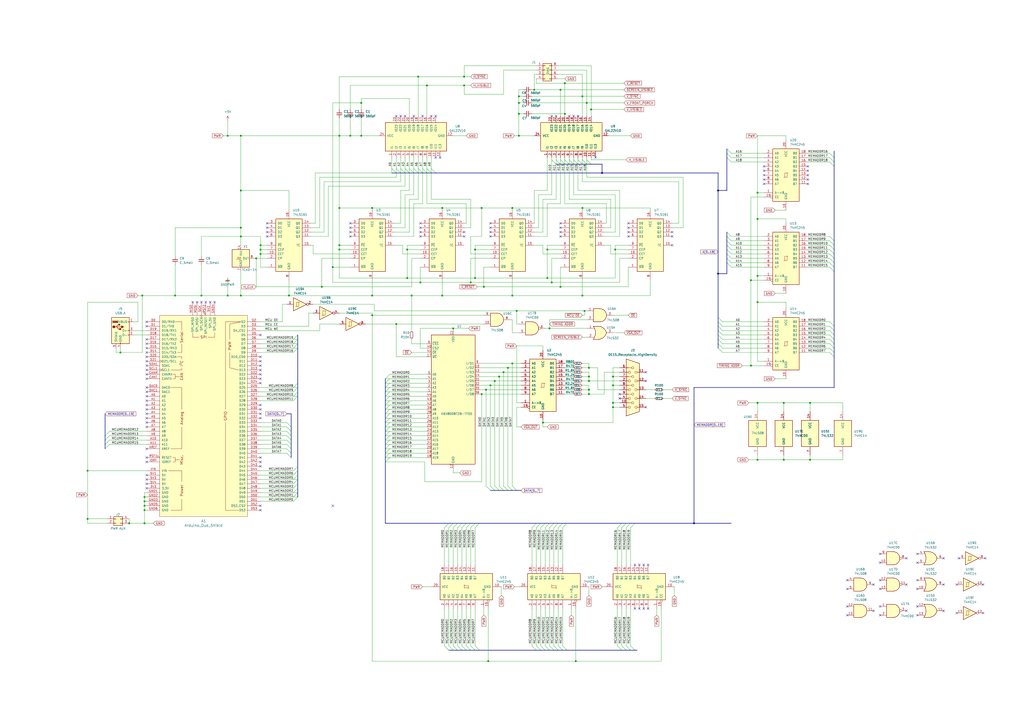
<source format=kicad_sch>
(kicad_sch (version 20231120) (generator "eeschema") (generator_version "8.0")
  (paper "A2")
  (junction (at 454.66 233.68))
  (junction (at 355.6 218.44))
  (junction (at 317.5 144.78))
  (junction (at 69.85 204.47))
  (junction (at 320.04 163.83))
  (junction (at 439.42 175.26))
  (junction (at 341.63 226.06))
  (junction (at 454.66 266.7))
  (junction (at 139.7 137.16))
  (junction (at 83.82 293.37))
  (junction (at 439.42 266.7))
  (junction (at 289.56 218.44))
  (junction (at 435.61 212.09))
  (junction (at 325.12 52.07))
  (junction (at 215.9 120.65))
  (junction (at 242.57 44.45))
  (junction (at 148.59 149.86))
  (junction (at 151.13 147.32))
  (junction (at 337.82 171.45))
  (junction (at 229.87 187.96))
  (junction (at 83.82 295.91))
  (junction (at 327.66 66.04))
  (junction (at 325.12 166.37))
  (junction (at 279.4 228.6))
  (junction (at 341.63 213.36))
  (junction (at 356.87 144.78))
  (junction (at 416.56 110.49))
  (junction (at 294.64 213.36))
  (junction (at 139.7 110.49))
  (junction (at 139.7 78.74))
  (junction (at 341.63 228.6))
  (junction (at 247.65 49.53))
  (junction (at 203.2 78.74))
  (junction (at 402.59 303.53))
  (junction (at 334.01 383.54))
  (junction (at 196.85 78.74))
  (junction (at 279.4 120.65))
  (junction (at 300.99 59.69))
  (junction (at 287.02 220.98))
  (junction (at 317.5 161.29))
  (junction (at 196.85 144.78))
  (junction (at 355.6 233.68))
  (junction (at 151.13 142.24))
  (junction (at 269.24 44.45))
  (junction (at 297.18 210.82))
  (junction (at 297.18 171.45))
  (junction (at 342.9 63.5))
  (junction (at 299.72 180.34))
  (junction (at 269.24 49.53))
  (junction (at 469.9 266.7))
  (junction (at 215.9 182.88))
  (junction (at 83.82 290.83))
  (junction (at 50.8 300.99))
  (junction (at 215.9 171.45))
  (junction (at 256.54 171.45))
  (junction (at 193.04 154.94))
  (junction (at 439.42 127))
  (junction (at 439.42 111.76))
  (junction (at 318.77 190.5))
  (junction (at 132.08 171.45))
  (junction (at 196.85 120.65))
  (junction (at 339.09 180.34))
  (junction (at 309.88 52.07))
  (junction (at 139.7 132.08))
  (junction (at 238.76 171.45))
  (junction (at 275.59 161.29))
  (junction (at 349.25 100.33))
  (junction (at 243.84 163.83))
  (junction (at 284.48 223.52))
  (junction (at 132.08 78.74))
  (junction (at 167.64 171.45))
  (junction (at 273.05 163.83))
  (junction (at 355.6 223.52))
  (junction (at 83.82 288.29))
  (junction (at 341.63 218.44))
  (junction (at 256.54 120.65))
  (junction (at 83.82 303.53))
  (junction (at 262.89 190.5))
  (junction (at 209.55 59.69))
  (junction (at 292.1 215.9))
  (junction (at 209.55 78.74))
  (junction (at 74.93 303.53))
  (junction (at 116.84 171.45))
  (junction (at 435.61 162.56))
  (junction (at 439.42 160.02))
  (junction (at 469.9 233.68))
  (junction (at 439.42 233.68))
  (junction (at 355.6 236.22))
  (junction (at 300.99 55.88))
  (junction (at 327.66 48.26))
  (junction (at 50.8 273.05))
  (junction (at 236.22 144.78))
  (junction (at 283.21 383.54))
  (junction (at 337.82 55.88))
  (junction (at 337.82 120.65))
  (junction (at 416.56 158.75))
  (junction (at 186.69 166.37))
  (junction (at 340.36 59.69))
  (junction (at 300.99 66.04))
  (junction (at 314.96 245.11))
  (junction (at 297.18 120.65))
  (junction (at 281.94 226.06))
  (junction (at 236.22 161.29))
  (junction (at 341.63 220.98))
  (junction (at 275.59 144.78))
  (junction (at 139.7 171.45))
  (junction (at 300.99 78.74))
  (junction (at 151.13 144.78))
  (junction (at 82.55 171.45))
  (junction (at 280.67 166.37))
  (junction (at 196.85 142.24))
  (junction (at 101.6 171.45))
  (no_connect (at 151.13 219.71))
  (no_connect (at 389.89 137.16))
  (no_connect (at 510.54 356.87))
  (no_connect (at 250.19 67.31))
  (no_connect (at 114.3 175.26))
  (no_connect (at 85.09 267.97))
  (no_connect (at 330.2 67.31))
  (no_connect (at 468.63 106.68))
  (no_connect (at 370.84 353.06))
  (no_connect (at 151.13 270.51))
  (no_connect (at 364.49 129.54))
  (no_connect (at 203.2 129.54))
  (no_connect (at 85.09 189.23))
  (no_connect (at 547.37 339.09))
  (no_connect (at 443.23 106.68))
  (no_connect (at 85.09 199.39))
  (no_connect (at 547.37 323.85))
  (no_connect (at 203.2 134.62))
  (no_connect (at 85.09 219.71))
  (no_connect (at 85.09 234.95))
  (no_connect (at 320.04 67.31))
  (no_connect (at 525.78 354.33))
  (no_connect (at 491.49 356.87))
  (no_connect (at 245.11 67.31))
  (no_connect (at 443.23 101.6))
  (no_connect (at 193.04 293.37))
  (no_connect (at 243.84 132.08))
  (no_connect (at 571.5 323.85))
  (no_connect (at 85.09 247.65))
  (no_connect (at 510.54 336.55))
  (no_connect (at 374.65 215.9))
  (no_connect (at 85.09 217.17))
  (no_connect (at 151.13 237.49))
  (no_connect (at 532.13 336.55))
  (no_connect (at 119.38 175.26))
  (no_connect (at 269.24 137.16))
  (no_connect (at 491.49 351.79))
  (no_connect (at 468.63 96.52))
  (no_connect (at 151.13 207.01))
  (no_connect (at 85.09 240.03))
  (no_connect (at 468.63 101.6))
  (no_connect (at 491.49 336.55))
  (no_connect (at 506.73 354.33))
  (no_connect (at 203.2 132.08))
  (no_connect (at 332.74 67.31))
  (no_connect (at 389.89 142.24))
  (no_connect (at 151.13 265.43))
  (no_connect (at 151.13 234.95))
  (no_connect (at 154.94 132.08))
  (no_connect (at 532.13 341.63))
  (no_connect (at 374.65 220.98))
  (no_connect (at 375.92 327.66))
  (no_connect (at 85.09 283.21))
  (no_connect (at 154.94 137.16))
  (no_connect (at 85.09 278.13))
  (no_connect (at 121.92 175.26))
  (no_connect (at 240.03 67.31))
  (no_connect (at 85.09 227.33))
  (no_connect (at 151.13 212.09))
  (no_connect (at 468.63 104.14))
  (no_connect (at 85.09 196.85))
  (no_connect (at 525.78 323.85))
  (no_connect (at 85.09 207.01))
  (no_connect (at 85.09 275.59))
  (no_connect (at 325.12 137.16))
  (no_connect (at 510.54 321.31))
  (no_connect (at 510.54 341.63))
  (no_connect (at 364.49 134.62))
  (no_connect (at 374.65 236.22))
  (no_connect (at 325.12 129.54))
  (no_connect (at 85.09 260.35))
  (no_connect (at 368.3 353.06))
  (no_connect (at 370.84 327.66))
  (no_connect (at 151.13 295.91))
  (no_connect (at 284.48 129.54))
  (no_connect (at 525.78 339.09))
  (no_connect (at 284.48 137.16))
  (no_connect (at 506.73 339.09))
  (no_connect (at 322.58 67.31))
  (no_connect (at 556.26 323.85))
  (no_connect (at 532.13 356.87))
  (no_connect (at 335.28 67.31))
  (no_connect (at 364.49 132.08))
  (no_connect (at 570.23 339.09))
  (no_connect (at 547.37 354.33))
  (no_connect (at 252.73 91.44))
  (no_connect (at 243.84 137.16))
  (no_connect (at 243.84 129.54))
  (no_connect (at 243.84 134.62))
  (no_connect (at 554.99 355.6))
  (no_connect (at 443.23 96.52))
  (no_connect (at 510.54 326.39))
  (no_connect (at 85.09 232.41))
  (no_connect (at 85.09 224.79))
  (no_connect (at 151.13 217.17))
  (no_connect (at 443.23 104.14))
  (no_connect (at 570.23 355.6))
  (no_connect (at 85.09 229.87))
  (no_connect (at 554.99 339.09))
  (no_connect (at 443.23 99.06))
  (no_connect (at 85.09 214.63))
  (no_connect (at 255.27 91.44))
  (no_connect (at 532.13 351.79))
  (no_connect (at 151.13 267.97))
  (no_connect (at 85.09 245.11))
  (no_connect (at 111.76 175.26))
  (no_connect (at 85.09 186.69))
  (no_connect (at 85.09 242.57))
  (no_connect (at 151.13 209.55))
  (no_connect (at 345.44 91.44))
  (no_connect (at 325.12 134.62))
  (no_connect (at 85.09 209.55))
  (no_connect (at 389.89 134.62))
  (no_connect (at 325.12 132.08))
  (no_connect (at 364.49 137.16))
  (no_connect (at 368.3 327.66))
  (no_connect (at 252.73 67.31))
  (no_connect (at 203.2 137.16))
  (no_connect (at 532.13 326.39))
  (no_connect (at 510.54 351.79))
  (no_connect (at 373.38 327.66))
  (no_connect (at 284.48 134.62))
  (no_connect (at 85.09 212.09))
  (no_connect (at 229.87 67.31))
  (no_connect (at 359.41 231.14))
  (no_connect (at 151.13 222.25))
  (no_connect (at 85.09 201.93))
  (no_connect (at 124.46 175.26))
  (no_connect (at 284.48 132.08))
  (no_connect (at 375.92 353.06))
  (no_connect (at 85.09 237.49))
  (no_connect (at 116.84 175.26))
  (no_connect (at 491.49 341.63))
  (no_connect (at 151.13 293.37))
  (no_connect (at 151.13 214.63))
  (no_connect (at 85.09 265.43))
  (no_connect (at 359.41 228.6))
  (no_connect (at 154.94 134.62))
  (no_connect (at 232.41 67.31))
  (no_connect (at 151.13 194.31))
  (no_connect (at 269.24 134.62))
  (no_connect (at 151.13 242.57))
  (no_connect (at 151.13 240.03))
  (no_connect (at 234.95 67.31))
  (no_connect (at 532.13 321.31))
  (no_connect (at 85.09 204.47))
  (no_connect (at 468.63 99.06))
  (no_connect (at 154.94 129.54))
  (no_connect (at 85.09 280.67))
  (no_connect (at 373.38 353.06))
  (bus_entry (at 262.89 374.65) (size 2.54 2.54))
  (bus_entry (at 360.68 374.65) (size 2.54 2.54))
  (bus_entry (at 481.33 149.86) (size 2.54 2.54))
  (bus_entry (at 481.33 88.9) (size 2.54 2.54))
  (bus_entry (at 170.18 227.33) (size 2.54 -2.54))
  (bus_entry (at 419.1 194.31) (size -2.54 -2.54))
  (bus_entry (at 226.06 255.27) (size -2.54 2.54))
  (bus_entry (at 424.18 154.94) (size -2.54 -2.54))
  (bus_entry (at 481.33 137.16) (size 2.54 2.54))
  (bus_entry (at 234.95 97.79) (size 2.54 2.54))
  (bus_entry (at 226.06 245.11) (size -2.54 2.54))
  (bus_entry (at 170.18 224.79) (size 2.54 -2.54))
  (bus_entry (at 481.33 152.4) (size 2.54 2.54))
  (bus_entry (at 170.18 201.93) (size 2.54 -2.54))
  (bus_entry (at 226.06 222.25) (size -2.54 2.54))
  (bus_entry (at 226.06 232.41) (size -2.54 2.54))
  (bus_entry (at 170.18 280.67) (size 2.54 -2.54))
  (bus_entry (at 316.23 306.07) (size 2.54 -2.54))
  (bus_entry (at 340.36 92.71) (size 2.54 2.54))
  (bus_entry (at 257.81 306.07) (size 2.54 -2.54))
  (bus_entry (at 273.05 306.07) (size 2.54 -2.54))
  (bus_entry (at 226.06 240.03) (size -2.54 2.54))
  (bus_entry (at 170.18 275.59) (size 2.54 -2.54))
  (bus_entry (at 308.61 374.65) (size 2.54 2.54))
  (bus_entry (at 166.37 250.19) (size 2.54 2.54))
  (bus_entry (at 226.06 250.19) (size -2.54 2.54))
  (bus_entry (at 481.33 201.93) (size 2.54 2.54))
  (bus_entry (at 265.43 374.65) (size 2.54 2.54))
  (bus_entry (at 419.1 201.93) (size -2.54 -2.54))
  (bus_entry (at 245.11 97.79) (size 2.54 2.54))
  (bus_entry (at 358.14 306.07) (size 2.54 -2.54))
  (bus_entry (at 170.18 229.87) (size 2.54 -2.54))
  (bus_entry (at 363.22 306.07) (size 2.54 -2.54))
  (bus_entry (at 170.18 232.41) (size 2.54 -2.54))
  (bus_entry (at 170.18 285.75) (size 2.54 -2.54))
  (bus_entry (at 419.1 196.85) (size -2.54 -2.54))
  (bus_entry (at 170.18 196.85) (size 2.54 -2.54))
  (bus_entry (at 226.06 217.17) (size -2.54 2.54))
  (bus_entry (at 481.33 194.31) (size 2.54 2.54))
  (bus_entry (at 419.1 199.39) (size -2.54 -2.54))
  (bus_entry (at 267.97 306.07) (size 2.54 -2.54))
  (bus_entry (at 424.18 91.44) (size -2.54 -2.54))
  (bus_entry (at 363.22 374.65) (size 2.54 2.54))
  (bus_entry (at 262.89 306.07) (size 2.54 -2.54))
  (bus_entry (at 313.69 374.65) (size 2.54 2.54))
  (bus_entry (at 481.33 204.47) (size 2.54 2.54))
  (bus_entry (at 226.06 257.81) (size -2.54 2.54))
  (bus_entry (at 275.59 306.07) (size 2.54 -2.54))
  (bus_entry (at 481.33 186.69) (size 2.54 2.54))
  (bus_entry (at 287.02 281.94) (size 2.54 2.54))
  (bus_entry (at 481.33 196.85) (size 2.54 2.54))
  (bus_entry (at 325.12 92.71) (size 2.54 2.54))
  (bus_entry (at 170.18 278.13) (size 2.54 -2.54))
  (bus_entry (at 227.33 97.79) (size 2.54 2.54))
  (bus_entry (at 481.33 154.94) (size 2.54 2.54))
  (bus_entry (at 63.5 252.73) (size -2.54 2.54))
  (bus_entry (at 289.56 281.94) (size 2.54 2.54))
  (bus_entry (at 323.85 306.07) (size 2.54 -2.54))
  (bus_entry (at 335.28 92.71) (size 2.54 2.54))
  (bus_entry (at 424.18 93.98) (size -2.54 -2.54))
  (bus_entry (at 267.97 374.65) (size 2.54 2.54))
  (bus_entry (at 424.18 147.32) (size -2.54 -2.54))
  (bus_entry (at 419.1 191.77) (size -2.54 -2.54))
  (bus_entry (at 166.37 247.65) (size 2.54 2.54))
  (bus_entry (at 237.49 97.79) (size 2.54 2.54))
  (bus_entry (at 226.06 252.73) (size -2.54 2.54))
  (bus_entry (at 419.1 189.23) (size -2.54 -2.54))
  (bus_entry (at 330.2 92.71) (size 2.54 2.54))
  (bus_entry (at 170.18 204.47) (size 2.54 -2.54))
  (bus_entry (at 63.5 255.27) (size -2.54 2.54))
  (bus_entry (at 166.37 262.89) (size 2.54 2.54))
  (bus_entry (at 226.06 260.35) (size -2.54 2.54))
  (bus_entry (at 270.51 306.07) (size 2.54 -2.54))
  (bus_entry (at 63.5 257.81) (size -2.54 2.54))
  (bus_entry (at 358.14 374.65) (size 2.54 2.54))
  (bus_entry (at 318.77 306.07) (size 2.54 -2.54))
  (bus_entry (at 365.76 374.65) (size 2.54 2.54))
  (bus_entry (at 240.03 97.79) (size 2.54 2.54))
  (bus_entry (at 311.15 306.07) (size 2.54 -2.54))
  (bus_entry (at 481.33 139.7) (size 2.54 2.54))
  (bus_entry (at 481.33 93.98) (size 2.54 2.54))
  (bus_entry (at 250.19 97.79) (size 2.54 2.54))
  (bus_entry (at 481.33 144.78) (size 2.54 2.54))
  (bus_entry (at 332.74 92.71) (size 2.54 2.54))
  (bus_entry (at 365.76 306.07) (size 2.54 -2.54))
  (bus_entry (at 270.51 374.65) (size 2.54 2.54))
  (bus_entry (at 308.61 306.07) (size 2.54 -2.54))
  (bus_entry (at 273.05 374.65) (size 2.54 2.54))
  (bus_entry (at 424.18 144.78) (size -2.54 -2.54))
  (bus_entry (at 481.33 91.44) (size 2.54 2.54))
  (bus_entry (at 226.06 227.33) (size -2.54 2.54))
  (bus_entry (at 284.48 281.94) (size 2.54 2.54))
  (bus_entry (at 166.37 255.27) (size 2.54 2.54))
  (bus_entry (at 481.33 199.39) (size 2.54 2.54))
  (bus_entry (at 229.87 97.79) (size 2.54 2.54))
  (bus_entry (at 257.81 374.65) (size 2.54 2.54))
  (bus_entry (at 260.35 306.07) (size 2.54 -2.54))
  (bus_entry (at 226.06 265.43) (size -2.54 2.54))
  (bus_entry (at 170.18 283.21) (size 2.54 -2.54))
  (bus_entry (at 226.06 234.95) (size -2.54 2.54))
  (bus_entry (at 166.37 260.35) (size 2.54 2.54))
  (bus_entry (at 226.06 229.87) (size -2.54 2.54))
  (bus_entry (at 421.64 134.62) (size 2.54 2.54))
  (bus_entry (at 226.06 237.49) (size -2.54 2.54))
  (bus_entry (at 226.06 247.65) (size -2.54 2.54))
  (bus_entry (at 281.94 281.94) (size 2.54 2.54))
  (bus_entry (at 360.68 306.07) (size 2.54 -2.54))
  (bus_entry (at 318.77 374.65) (size 2.54 2.54))
  (bus_entry (at 327.66 92.71) (size 2.54 2.54))
  (bus_entry (at 260.35 374.65) (size 2.54 2.54))
  (bus_entry (at 321.31 306.07) (size 2.54 -2.54))
  (bus_entry (at 247.65 97.79) (size 2.54 2.54))
  (bus_entry (at 166.37 245.11) (size 2.54 2.54))
  (bus_entry (at 226.06 224.79) (size -2.54 2.54))
  (bus_entry (at 320.04 92.71) (size 2.54 2.54))
  (bus_entry (at 226.06 242.57) (size -2.54 2.54))
  (bus_entry (at 481.33 191.77) (size 2.54 2.54))
  (bus_entry (at 275.59 374.65) (size 2.54 2.54))
  (bus_entry (at 419.1 204.47) (size -2.54 -2.54))
  (bus_entry (at 424.18 139.7) (size -2.54 -2.54))
  (bus_entry (at 242.57 97.79) (size 2.54 2.54))
  (bus_entry (at 313.69 306.07) (size 2.54 -2.54))
  (bus_entry (at 326.39 306.07) (size 2.54 -2.54))
  (bus_entry (at 481.33 142.24) (size 2.54 2.54))
  (bus_entry (at 481.33 189.23) (size 2.54 2.54))
  (bus_entry (at 311.15 374.65) (size 2.54 2.54))
  (bus_entry (at 481.33 147.32) (size 2.54 2.54))
  (bus_entry (at 63.5 250.19) (size -2.54 2.54))
  (bus_entry (at 292.1 281.94) (size 2.54 2.54))
  (bus_entry (at 424.18 142.24) (size -2.54 -2.54))
  (bus_entry (at 322.58 92.71) (size 2.54 2.54))
  (bus_entry (at 232.41 97.79) (size 2.54 2.54))
  (bus_entry (at 297.18 281.94) (size 2.54 2.54))
  (bus_entry (at 421.64 86.36) (size 2.54 2.54))
  (bus_entry (at 226.06 262.89) (size -2.54 2.54))
  (bus_entry (at 226.06 219.71) (size -2.54 2.54))
  (bus_entry (at 166.37 257.81) (size 2.54 2.54))
  (bus_entry (at 424.18 149.86) (size -2.54 -2.54))
  (bus_entry (at 326.39 374.65) (size 2.54 2.54))
  (bus_entry (at 337.82 92.71) (size 2.54 2.54))
  (bus_entry (at 321.31 374.65) (size 2.54 2.54))
  (bus_entry (at 424.18 152.4) (size -2.54 -2.54))
  (bus_entry (at 170.18 273.05) (size 2.54 -2.54))
  (bus_entry (at 265.43 306.07) (size 2.54 -2.54))
  (bus_entry (at 170.18 288.29) (size 2.54 -2.54))
  (bus_entry (at 323.85 374.65) (size 2.54 2.54))
  (bus_entry (at 294.64 281.94) (size 2.54 2.54))
  (bus_entry (at 170.18 290.83) (size 2.54 -2.54))
  (bus_entry (at 166.37 252.73) (size 2.54 2.54))
  (bus_entry (at 170.18 199.39) (size 2.54 -2.54))
  (bus_entry (at 316.23 374.65) (size 2.54 2.54))
  (bus_entry (at 419.1 186.69) (size -2.54 -2.54))
  (wire (pts (xy 226.06 260.35) (xy 247.65 260.35)))
  (wire (pts (xy 317.5 142.24) (xy 325.12 142.24)))
  (bus (pts (xy 328.93 377.19) (xy 360.68 377.19)))
  (wire (pts (xy 278.13 228.6) (xy 279.4 228.6)))
  (wire (pts (xy 186.69 149.86) (xy 203.2 149.86)))
  (wire (pts (xy 151.13 262.89) (xy 166.37 262.89)))
  (bus (pts (xy 311.15 377.19) (xy 313.69 377.19)))
  (wire (pts (xy 151.13 257.81) (xy 166.37 257.81)))
  (wire (pts (xy 227.33 97.79) (xy 227.33 91.44)))
  (wire (pts (xy 226.06 222.25) (xy 247.65 222.25)))
  (wire (pts (xy 314.96 245.11) (xy 314.96 247.65)))
  (wire (pts (xy 322.58 95.25) (xy 322.58 115.57)))
  (wire (pts (xy 364.49 166.37) (xy 364.49 154.94)))
  (wire (pts (xy 356.87 113.03) (xy 356.87 134.62)))
  (wire (pts (xy 215.9 181.61) (xy 215.9 182.88)))
  (bus (pts (xy 416.56 201.93) (xy 416.56 199.39)))
  (wire (pts (xy 284.48 281.94) (xy 284.48 223.52)))
  (wire (pts (xy 355.6 218.44) (xy 355.6 223.52)))
  (wire (pts (xy 226.06 247.65) (xy 247.65 247.65)))
  (wire (pts (xy 355.6 233.68) (xy 355.6 236.22)))
  (wire (pts (xy 262.89 374.65) (xy 262.89 353.06)))
  (bus (pts (xy 421.64 137.16) (xy 421.64 134.62)))
  (wire (pts (xy 322.58 115.57) (xy 314.96 115.57)))
  (wire (pts (xy 226.06 252.73) (xy 247.65 252.73)))
  (wire (pts (xy 101.6 153.67) (xy 101.6 171.45)))
  (wire (pts (xy 236.22 144.78) (xy 243.84 144.78)))
  (wire (pts (xy 232.41 110.49) (xy 237.49 110.49)))
  (wire (pts (xy 337.82 210.82) (xy 341.63 210.82)))
  (wire (pts (xy 297.18 185.42) (xy 297.18 193.04)))
  (wire (pts (xy 151.13 290.83) (xy 170.18 290.83)))
  (wire (pts (xy 273.05 137.16) (xy 273.05 147.32)))
  (wire (pts (xy 151.13 247.65) (xy 166.37 247.65)))
  (wire (pts (xy 273.05 163.83) (xy 273.05 149.86)))
  (wire (pts (xy 269.24 54.61) (xy 292.1 54.61)))
  (bus (pts (xy 223.52 229.87) (xy 223.52 232.41)))
  (wire (pts (xy 203.2 142.24) (xy 196.85 142.24)))
  (wire (pts (xy 424.18 144.78) (xy 443.23 144.78)))
  (wire (pts (xy 454.66 264.16) (xy 454.66 266.7)))
  (bus (pts (xy 323.85 303.53) (xy 326.39 303.53)))
  (wire (pts (xy 317.5 118.11) (xy 325.12 118.11)))
  (wire (pts (xy 242.57 44.45) (xy 242.57 67.31)))
  (wire (pts (xy 325.12 166.37) (xy 364.49 166.37)))
  (bus (pts (xy 172.72 196.85) (xy 172.72 194.31)))
  (wire (pts (xy 308.61 374.65) (xy 308.61 353.06)))
  (wire (pts (xy 365.76 306.07) (xy 365.76 327.66)))
  (wire (pts (xy 323.85 38.1) (xy 342.9 38.1)))
  (wire (pts (xy 300.99 78.74) (xy 309.88 78.74)))
  (wire (pts (xy 187.96 105.41) (xy 187.96 134.62)))
  (wire (pts (xy 337.82 195.58) (xy 340.36 195.58)))
  (wire (pts (xy 314.96 200.66) (xy 314.96 203.2)))
  (bus (pts (xy 262.89 377.19) (xy 265.43 377.19)))
  (wire (pts (xy 227.33 100.33) (xy 227.33 97.79)))
  (wire (pts (xy 154.94 154.94) (xy 151.13 154.94)))
  (wire (pts (xy 363.22 374.65) (xy 363.22 353.06)))
  (wire (pts (xy 419.1 191.77) (xy 443.23 191.77)))
  (wire (pts (xy 82.55 204.47) (xy 82.55 171.45)))
  (wire (pts (xy 468.63 204.47) (xy 481.33 204.47)))
  (wire (pts (xy 424.18 142.24) (xy 443.23 142.24)))
  (bus (pts (xy 168.91 257.81) (xy 168.91 260.35)))
  (wire (pts (xy 455.93 81.28) (xy 455.93 78.74)))
  (wire (pts (xy 317.5 144.78) (xy 317.5 161.29)))
  (wire (pts (xy 181.61 142.24) (xy 181.61 147.32)))
  (wire (pts (xy 151.13 204.47) (xy 170.18 204.47)))
  (wire (pts (xy 359.41 213.36) (xy 355.6 213.36)))
  (wire (pts (xy 443.23 212.09) (xy 435.61 212.09)))
  (wire (pts (xy 443.23 114.3) (xy 435.61 114.3)))
  (bus (pts (xy 483.87 189.23) (xy 483.87 191.77)))
  (wire (pts (xy 354.33 142.24) (xy 354.33 147.32)))
  (bus (pts (xy 483.87 91.44) (xy 483.87 93.98)))
  (wire (pts (xy 257.81 306.07) (xy 257.81 327.66)))
  (wire (pts (xy 275.59 142.24) (xy 275.59 144.78)))
  (wire (pts (xy 278.13 220.98) (xy 287.02 220.98)))
  (wire (pts (xy 325.12 166.37) (xy 325.12 154.94)))
  (wire (pts (xy 299.72 180.34) (xy 217.17 180.34)))
  (wire (pts (xy 454.66 233.68) (xy 469.9 233.68)))
  (wire (pts (xy 250.19 115.57) (xy 250.19 100.33)))
  (bus (pts (xy 278.13 303.53) (xy 311.15 303.53)))
  (wire (pts (xy 318.77 374.65) (xy 318.77 353.06)))
  (bus (pts (xy 260.35 377.19) (xy 262.89 377.19)))
  (wire (pts (xy 237.49 134.62) (xy 237.49 115.57)))
  (wire (pts (xy 292.1 40.64) (xy 311.15 40.64)))
  (wire (pts (xy 215.9 120.65) (xy 256.54 120.65)))
  (bus (pts (xy 311.15 303.53) (xy 313.69 303.53)))
  (bus (pts (xy 483.87 96.52) (xy 483.87 139.7)))
  (wire (pts (xy 209.55 57.15) (xy 237.49 57.15)))
  (bus (pts (xy 421.64 91.44) (xy 421.64 110.49)))
  (wire (pts (xy 247.65 100.33) (xy 247.65 97.79)))
  (wire (pts (xy 355.6 245.11) (xy 314.96 245.11)))
  (wire (pts (xy 384.81 226.06) (xy 389.89 226.06)))
  (wire (pts (xy 243.84 142.24) (xy 236.22 142.24)))
  (wire (pts (xy 356.87 134.62) (xy 350.52 134.62)))
  (wire (pts (xy 132.08 78.74) (xy 139.7 78.74)))
  (wire (pts (xy 273.05 132.08) (xy 269.24 132.08)))
  (wire (pts (xy 275.59 144.78) (xy 275.59 161.29)))
  (wire (pts (xy 313.69 374.65) (xy 313.69 353.06)))
  (wire (pts (xy 203.2 49.53) (xy 247.65 49.53)))
  (wire (pts (xy 226.06 219.71) (xy 247.65 219.71)))
  (wire (pts (xy 439.42 266.7) (xy 454.66 266.7)))
  (wire (pts (xy 50.8 175.26) (xy 50.8 273.05)))
  (wire (pts (xy 83.82 303.53) (xy 88.9 303.53)))
  (wire (pts (xy 83.82 290.83) (xy 83.82 293.37)))
  (wire (pts (xy 209.55 57.15) (xy 209.55 59.69)))
  (bus (pts (xy 223.52 240.03) (xy 223.52 242.57)))
  (wire (pts (xy 229.87 100.33) (xy 229.87 97.79)))
  (wire (pts (xy 300.99 52.07) (xy 300.99 55.88)))
  (wire (pts (xy 287.02 220.98) (xy 302.26 220.98)))
  (wire (pts (xy 281.94 226.06) (xy 302.26 226.06)))
  (bus (pts (xy 335.28 95.25) (xy 337.82 95.25)))
  (bus (pts (xy 223.52 267.97) (xy 223.52 303.53)))
  (wire (pts (xy 167.64 171.45) (xy 215.9 171.45)))
  (wire (pts (xy 337.82 43.18) (xy 337.82 55.88)))
  (wire (pts (xy 303.53 59.69) (xy 300.99 59.69)))
  (wire (pts (xy 292.1 215.9) (xy 302.26 215.9)))
  (wire (pts (xy 468.63 189.23) (xy 481.33 189.23)))
  (wire (pts (xy 419.1 201.93) (xy 443.23 201.93)))
  (bus (pts (xy 172.72 201.93) (xy 172.72 222.25)))
  (bus (pts (xy 294.64 284.48) (xy 292.1 284.48)))
  (wire (pts (xy 317.5 144.78) (xy 317.5 142.24)))
  (wire (pts (xy 341.63 228.6) (xy 337.82 228.6)))
  (wire (pts (xy 238.76 196.85) (xy 238.76 199.39)))
  (wire (pts (xy 359.41 163.83) (xy 320.04 163.83)))
  (wire (pts (xy 247.65 67.31) (xy 247.65 49.53)))
  (bus (pts (xy 421.64 152.4) (xy 421.64 149.86)))
  (wire (pts (xy 468.63 186.69) (xy 481.33 186.69)))
  (bus (pts (xy 250.19 100.33) (xy 252.73 100.33)))
  (bus (pts (xy 287.02 284.48) (xy 284.48 284.48)))
  (wire (pts (xy 196.85 78.74) (xy 196.85 120.65)))
  (bus (pts (xy 223.52 247.65) (xy 223.52 250.19)))
  (wire (pts (xy 330.2 92.71) (xy 330.2 95.25)))
  (bus (pts (xy 318.77 303.53) (xy 321.31 303.53)))
  (wire (pts (xy 196.85 120.65) (xy 196.85 142.24)))
  (wire (pts (xy 273.05 163.83) (xy 320.04 163.83)))
  (wire (pts (xy 209.55 59.69) (xy 209.55 63.5)))
  (wire (pts (xy 240.03 100.33) (xy 240.03 113.03)))
  (wire (pts (xy 185.42 132.08) (xy 185.42 102.87)))
  (wire (pts (xy 309.88 43.18) (xy 309.88 52.07)))
  (bus (pts (xy 223.52 257.81) (xy 223.52 260.35)))
  (wire (pts (xy 215.9 120.65) (xy 196.85 120.65)))
  (bus (pts (xy 273.05 377.19) (xy 275.59 377.19)))
  (wire (pts (xy 270.51 129.54) (xy 269.24 129.54)))
  (bus (pts (xy 172.72 280.67) (xy 172.72 278.13)))
  (wire (pts (xy 237.49 100.33) (xy 237.49 97.79)))
  (bus (pts (xy 316.23 303.53) (xy 318.77 303.53)))
  (bus (pts (xy 332.74 95.25) (xy 335.28 95.25)))
  (wire (pts (xy 148.59 149.86) (xy 148.59 166.37)))
  (wire (pts (xy 327.66 228.6) (xy 332.74 228.6)))
  (bus (pts (xy 421.64 144.78) (xy 421.64 142.24)))
  (wire (pts (xy 238.76 171.45) (xy 256.54 171.45)))
  (bus (pts (xy 323.85 377.19) (xy 326.39 377.19)))
  (bus (pts (xy 316.23 377.19) (xy 318.77 377.19)))
  (bus (pts (xy 262.89 303.53) (xy 265.43 303.53)))
  (wire (pts (xy 424.18 137.16) (xy 443.23 137.16)))
  (wire (pts (xy 238.76 166.37) (xy 186.69 166.37)))
  (wire (pts (xy 300.99 66.04) (xy 303.53 66.04)))
  (wire (pts (xy 316.23 190.5) (xy 318.77 190.5)))
  (wire (pts (xy 77.47 186.69) (xy 80.01 186.69)))
  (wire (pts (xy 443.23 160.02) (xy 439.42 160.02)))
  (wire (pts (xy 186.69 166.37) (xy 186.69 149.86)))
  (wire (pts (xy 223.52 245.11) (xy 226.06 245.11)))
  (wire (pts (xy 284.48 142.24) (xy 275.59 142.24)))
  (wire (pts (xy 321.31 306.07) (xy 321.31 327.66)))
  (wire (pts (xy 335.28 92.71) (xy 335.28 91.44)))
  (wire (pts (xy 226.06 250.19) (xy 247.65 250.19)))
  (wire (pts (xy 350.52 215.9) (xy 350.52 228.6)))
  (wire (pts (xy 180.34 137.16) (xy 190.5 137.16)))
  (wire (pts (xy 256.54 162.56) (xy 256.54 171.45)))
  (wire (pts (xy 83.82 293.37) (xy 85.09 293.37)))
  (wire (pts (xy 170.18 224.79) (xy 172.72 224.79)))
  (wire (pts (xy 359.41 137.16) (xy 359.41 110.49)))
  (wire (pts (xy 297.18 120.65) (xy 279.4 120.65)))
  (wire (pts (xy 151.13 144.78) (xy 151.13 142.24)))
  (wire (pts (xy 278.13 215.9) (xy 292.1 215.9)))
  (wire (pts (xy 312.42 132.08) (xy 312.42 113.03)))
  (wire (pts (xy 325.12 144.78) (xy 317.5 144.78)))
  (bus (pts (xy 416.56 186.69) (xy 416.56 184.15)))
  (wire (pts (xy 275.59 306.07) (xy 275.59 327.66)))
  (bus (pts (xy 416.56 100.33) (xy 416.56 110.49)))
  (wire (pts (xy 243.84 190.5) (xy 262.89 190.5)))
  (wire (pts (xy 391.16 340.36) (xy 391.16 345.44)))
  (wire (pts (xy 468.63 91.44) (xy 481.33 91.44)))
  (wire (pts (xy 396.24 102.87) (xy 396.24 132.08)))
  (bus (pts (xy 265.43 377.19) (xy 267.97 377.19)))
  (wire (pts (xy 325.12 118.11) (xy 325.12 95.25)))
  (wire (pts (xy 151.13 260.35) (xy 166.37 260.35)))
  (wire (pts (xy 355.6 213.36) (xy 355.6 218.44)))
  (bus (pts (xy 365.76 377.19) (xy 368.3 377.19)))
  (wire (pts (xy 215.9 182.88) (xy 215.9 383.54)))
  (wire (pts (xy 226.06 242.57) (xy 247.65 242.57)))
  (wire (pts (xy 246.38 279.4) (xy 279.4 279.4)))
  (wire (pts (xy 439.42 175.26) (xy 439.42 209.55)))
  (wire (pts (xy 297.18 171.45) (xy 337.82 171.45)))
  (wire (pts (xy 245.11 118.11) (xy 245.11 100.33)))
  (wire (pts (xy 439.42 127) (xy 439.42 111.76)))
  (wire (pts (xy 83.82 285.75) (xy 83.82 288.29)))
  (bus (pts (xy 172.72 273.05) (xy 172.72 270.51)))
  (wire (pts (xy 151.13 283.21) (xy 170.18 283.21)))
  (bus (pts (xy 483.87 152.4) (xy 483.87 154.94)))
  (wire (pts (xy 215.9 171.45) (xy 238.76 171.45)))
  (bus (pts (xy 273.05 303.53) (xy 275.59 303.53)))
  (wire (pts (xy 314.96 134.62) (xy 309.88 134.62)))
  (wire (pts (xy 322.58 92.71) (xy 322.58 95.25)))
  (wire (pts (xy 337.82 55.88) (xy 361.95 55.88)))
  (wire (pts (xy 317.5 137.16) (xy 317.5 118.11)))
  (wire (pts (xy 320.04 91.44) (xy 320.04 92.71)))
  (wire (pts (xy 223.52 262.89) (xy 226.06 262.89)))
  (wire (pts (xy 355.6 233.68) (xy 359.41 233.68)))
  (wire (pts (xy 355.6 223.52) (xy 355.6 233.68)))
  (wire (pts (xy 232.41 129.54) (xy 232.41 110.49)))
  (wire (pts (xy 295.91 185.42) (xy 297.18 185.42)))
  (wire (pts (xy 337.82 223.52) (xy 341.63 223.52)))
  (wire (pts (xy 318.77 185.42) (xy 318.77 190.5)))
  (bus (pts (xy 60.96 260.35) (xy 60.96 257.81)))
  (bus (pts (xy 275.59 303.53) (xy 278.13 303.53)))
  (wire (pts (xy 360.68 306.07) (xy 360.68 327.66)))
  (wire (pts (xy 82.55 171.45) (xy 101.6 171.45)))
  (wire (pts (xy 468.63 147.32) (xy 481.33 147.32)))
  (wire (pts (xy 167.64 162.56) (xy 167.64 171.45)))
  (wire (pts (xy 355.6 193.04) (xy 361.95 193.04)))
  (wire (pts (xy 151.13 245.11) (xy 166.37 245.11)))
  (bus (pts (xy 421.64 142.24) (xy 421.64 139.7)))
  (wire (pts (xy 217.17 180.34) (xy 217.17 176.53)))
  (wire (pts (xy 337.82 120.65) (xy 337.82 121.92)))
  (wire (pts (xy 309.88 43.18) (xy 311.15 43.18)))
  (bus (pts (xy 223.52 255.27) (xy 223.52 257.81)))
  (wire (pts (xy 85.09 295.91) (xy 83.82 295.91)))
  (wire (pts (xy 180.34 129.54) (xy 182.88 129.54)))
  (wire (pts (xy 245.11 100.33) (xy 245.11 97.79)))
  (wire (pts (xy 351.79 118.11) (xy 351.79 129.54)))
  (wire (pts (xy 297.18 193.04) (xy 300.99 193.04)))
  (wire (pts (xy 63.5 250.19) (xy 85.09 250.19)))
  (wire (pts (xy 232.41 105.41) (xy 187.96 105.41)))
  (wire (pts (xy 151.13 278.13) (xy 170.18 278.13)))
  (bus (pts (xy 168.91 255.27) (xy 168.91 257.81)))
  (bus (pts (xy 292.1 284.48) (xy 289.56 284.48)))
  (wire (pts (xy 181.61 147.32) (xy 203.2 147.32)))
  (wire (pts (xy 354.33 147.32) (xy 364.49 147.32)))
  (wire (pts (xy 468.63 139.7) (xy 481.33 139.7)))
  (wire (pts (xy 280.67 166.37) (xy 325.12 166.37)))
  (wire (pts (xy 245.11 340.36) (xy 250.19 340.36)))
  (wire (pts (xy 67.31 204.47) (xy 69.85 204.47)))
  (wire (pts (xy 273.05 44.45) (xy 269.24 44.45)))
  (wire (pts (xy 327.66 95.25) (xy 327.66 118.11)))
  (wire (pts (xy 229.87 102.87) (xy 229.87 100.33)))
  (wire (pts (xy 170.18 278.13) (xy 172.72 278.13)))
  (bus (pts (xy 240.03 100.33) (xy 242.57 100.33)))
  (bus (pts (xy 172.72 196.85) (xy 172.72 199.39)))
  (wire (pts (xy 341.63 226.06) (xy 341.63 228.6)))
  (wire (pts (xy 223.52 247.65) (xy 226.06 247.65)))
  (wire (pts (xy 337.82 213.36) (xy 341.63 213.36)))
  (bus (pts (xy 421.64 149.86) (xy 421.64 147.32)))
  (bus (pts (xy 267.97 377.19) (xy 270.51 377.19)))
  (bus (pts (xy 483.87 207.01) (xy 483.87 224.79)))
  (bus (pts (xy 223.52 219.71) (xy 223.52 222.25)))
  (wire (pts (xy 317.5 91.44) (xy 317.5 110.49)))
  (wire (pts (xy 226.06 229.87) (xy 247.65 229.87)))
  (wire (pts (xy 298.45 78.74) (xy 300.99 78.74)))
  (wire (pts (xy 330.2 95.25) (xy 330.2 115.57)))
  (wire (pts (xy 223.52 232.41) (xy 226.06 232.41)))
  (wire (pts (xy 151.13 229.87) (xy 170.18 229.87)))
  (wire (pts (xy 340.36 40.64) (xy 323.85 40.64)))
  (wire (pts (xy 300.99 55.88) (xy 300.99 59.69)))
  (bus (pts (xy 223.52 245.11) (xy 223.52 247.65)))
  (wire (pts (xy 302.26 233.68) (xy 299.72 233.68)))
  (wire (pts (xy 226.06 227.33) (xy 247.65 227.33)))
  (wire (pts (xy 381 353.06) (xy 381 356.87)))
  (wire (pts (xy 273.05 306.07) (xy 273.05 327.66)))
  (wire (pts (xy 341.63 213.36) (xy 341.63 210.82)))
  (wire (pts (xy 279.4 137.16) (xy 279.4 120.65)))
  (wire (pts (xy 468.63 199.39) (xy 481.33 199.39)))
  (wire (pts (xy 337.82 226.06) (xy 341.63 226.06)))
  (wire (pts (xy 179.07 181.61) (xy 179.07 189.23)))
  (bus (pts (xy 483.87 147.32) (xy 483.87 149.86)))
  (wire (pts (xy 167.64 110.49) (xy 139.7 110.49)))
  (wire (pts (xy 196.85 144.78) (xy 196.85 161.29)))
  (wire (pts (xy 223.52 224.79) (xy 226.06 224.79)))
  (bus (pts (xy 172.72 224.79) (xy 172.72 222.25)))
  (wire (pts (xy 443.23 209.55) (xy 439.42 209.55)))
  (wire (pts (xy 455.93 129.54) (xy 455.93 127)))
  (wire (pts (xy 449.58 121.92) (xy 455.93 121.92)))
  (wire (pts (xy 196.85 63.5) (xy 196.85 44.45)))
  (wire (pts (xy 267.97 306.07) (xy 267.97 327.66)))
  (wire (pts (xy 278.13 226.06) (xy 281.94 226.06)))
  (wire (pts (xy 335.28 110.49) (xy 335.28 95.25)))
  (wire (pts (xy 223.52 267.97) (xy 246.38 267.97)))
  (wire (pts (xy 468.63 137.16) (xy 481.33 137.16)))
  (bus (pts (xy 421.64 152.4) (xy 421.64 158.75)))
  (wire (pts (xy 327.66 226.06) (xy 332.74 226.06)))
  (wire (pts (xy 226.06 257.81) (xy 247.65 257.81)))
  (wire (pts (xy 340.36 102.87) (xy 396.24 102.87)))
  (bus (pts (xy 168.91 260.35) (xy 168.91 262.89)))
  (wire (pts (xy 439.42 233.68) (xy 454.66 233.68)))
  (bus (pts (xy 60.96 252.73) (xy 60.96 240.03)))
  (bus (pts (xy 483.87 87.63) (xy 483.87 91.44)))
  (wire (pts (xy 300.99 59.69) (xy 300.99 66.04)))
  (wire (pts (xy 327.66 48.26) (xy 327.66 66.04)))
  (wire (pts (xy 468.63 196.85) (xy 481.33 196.85)))
  (wire (pts (xy 234.95 107.95) (xy 234.95 100.33)))
  (wire (pts (xy 363.22 306.07) (xy 363.22 327.66)))
  (bus (pts (xy 421.64 158.75) (xy 416.56 158.75)))
  (bus (pts (xy 421.64 147.32) (xy 421.64 144.78)))
  (wire (pts (xy 355.6 236.22) (xy 355.6 245.11)))
  (wire (pts (xy 346.71 226.06) (xy 346.71 213.36)))
  (wire (pts (xy 320.04 92.71) (xy 320.04 113.03)))
  (wire (pts (xy 223.52 252.73) (xy 226.06 252.73)))
  (bus (pts (xy 483.87 154.94) (xy 483.87 157.48)))
  (wire (pts (xy 289.56 218.44) (xy 302.26 218.44)))
  (wire (pts (xy 139.7 132.08) (xy 139.7 137.16)))
  (bus (pts (xy 349.25 95.25) (xy 349.25 100.33)))
  (wire (pts (xy 275.59 161.29) (xy 236.22 161.29)))
  (wire (pts (xy 311.15 374.65) (xy 311.15 353.06)))
  (bus (pts (xy 483.87 142.24) (xy 483.87 144.78)))
  (wire (pts (xy 223.52 229.87) (xy 226.06 229.87)))
  (wire (pts (xy 226.06 265.43) (xy 247.65 265.43)))
  (wire (pts (xy 339.09 180.34) (xy 299.72 180.34)))
  (wire (pts (xy 229.87 207.01) (xy 247.65 207.01)))
  (wire (pts (xy 327.66 118.11) (xy 351.79 118.11)))
  (bus (pts (xy 360.68 377.19) (xy 363.22 377.19)))
  (bus (pts (xy 483.87 149.86) (xy 483.87 152.4)))
  (wire (pts (xy 419.1 196.85) (xy 443.23 196.85)))
  (wire (pts (xy 360.68 374.65) (xy 360.68 353.06)))
  (wire (pts (xy 116.84 171.45) (xy 132.08 171.45)))
  (wire (pts (xy 337.82 55.88) (xy 337.82 67.31)))
  (wire (pts (xy 358.14 306.07) (xy 358.14 327.66)))
  (wire (pts (xy 139.7 137.16) (xy 139.7 142.24)))
  (wire (pts (xy 356.87 142.24) (xy 364.49 142.24)))
  (wire (pts (xy 269.24 49.53) (xy 273.05 49.53)))
  (bus (pts (xy 325.12 95.25) (xy 327.66 95.25)))
  (wire (pts (xy 331.47 353.06) (xy 331.47 356.87)))
  (wire (pts (xy 223.52 240.03) (xy 226.06 240.03)))
  (wire (pts (xy 116.84 148.59) (xy 116.84 137.16)))
  (wire (pts (xy 280.67 182.88) (xy 215.9 182.88)))
  (wire (pts (xy 139.7 137.16) (xy 151.13 137.16)))
  (wire (pts (xy 311.15 306.07) (xy 311.15 327.66)))
  (wire (pts (xy 292.1 54.61) (xy 292.1 40.64)))
  (wire (pts (xy 434.34 266.7) (xy 439.42 266.7)))
  (wire (pts (xy 260.35 374.65) (xy 260.35 353.06)))
  (wire (pts (xy 424.18 139.7) (xy 443.23 139.7)))
  (wire (pts (xy 468.63 144.78) (xy 481.33 144.78)))
  (bus (pts (xy 402.59 303.53) (xy 402.59 224.79)))
  (wire (pts (xy 243.84 163.83) (xy 193.04 163.83)))
  (wire (pts (xy 454.66 266.7) (xy 469.9 266.7)))
  (bus (pts (xy 416.56 191.77) (xy 416.56 189.23)))
  (bus (pts (xy 363.22 377.19) (xy 365.76 377.19)))
  (bus (pts (xy 223.52 252.73) (xy 223.52 255.27)))
  (wire (pts (xy 196.85 144.78) (xy 203.2 144.78)))
  (bus (pts (xy 483.87 199.39) (xy 483.87 201.93)))
  (wire (pts (xy 269.24 38.1) (xy 311.15 38.1)))
  (bus (pts (xy 172.72 229.87) (xy 172.72 227.33)))
  (wire (pts (xy 151.13 227.33) (xy 170.18 227.33)))
  (wire (pts (xy 289.56 218.44) (xy 289.56 281.94)))
  (bus (pts (xy 416.56 194.31) (xy 416.56 191.77)))
  (wire (pts (xy 262.89 271.78) (xy 262.89 274.32)))
  (wire (pts (xy 393.7 105.41) (xy 393.7 129.54)))
  (bus (pts (xy 483.87 201.93) (xy 483.87 204.47)))
  (wire (pts (xy 424.18 149.86) (xy 443.23 149.86)))
  (wire (pts (xy 435.61 114.3) (xy 435.61 162.56)))
  (wire (pts (xy 424.18 147.32) (xy 443.23 147.32)))
  (wire (pts (xy 359.41 226.06) (xy 346.71 226.06)))
  (wire (pts (xy 247.65 118.11) (xy 247.65 100.33)))
  (wire (pts (xy 327.66 220.98) (xy 332.74 220.98)))
  (wire (pts (xy 193.04 163.83) (xy 193.04 154.94)))
  (wire (pts (xy 237.49 97.79) (xy 237.49 91.44)))
  (wire (pts (xy 223.52 242.57) (xy 226.06 242.57)))
  (wire (pts (xy 434.34 233.68) (xy 439.42 233.68)))
  (wire (pts (xy 332.74 95.25) (xy 332.74 113.03)))
  (bus (pts (xy 223.52 224.79) (xy 223.52 227.33)))
  (wire (pts (xy 339.09 182.88) (xy 339.09 180.34)))
  (wire (pts (xy 215.9 383.54) (xy 283.21 383.54)))
  (wire (pts (xy 226.06 237.49) (xy 247.65 237.49)))
  (wire (pts (xy 167.64 121.92) (xy 167.64 110.49)))
  (wire (pts (xy 419.1 186.69) (xy 443.23 186.69)))
  (wire (pts (xy 356.87 142.24) (xy 356.87 144.78)))
  (wire (pts (xy 419.1 204.47) (xy 443.23 204.47)))
  (bus (pts (xy 416.56 189.23) (xy 416.56 186.69)))
  (wire (pts (xy 374.65 226.06) (xy 379.73 226.06)))
  (wire (pts (xy 181.61 181.61) (xy 179.07 181.61)))
  (wire (pts (xy 355.6 218.44) (xy 359.41 218.44)))
  (wire (pts (xy 170.18 196.85) (xy 172.72 196.85)))
  (wire (pts (xy 341.63 218.44) (xy 341.63 220.98)))
  (wire (pts (xy 151.13 154.94) (xy 151.13 147.32)))
  (wire (pts (xy 309.88 142.24) (xy 314.96 142.24)))
  (bus (pts (xy 340.36 95.25) (xy 342.9 95.25)))
  (wire (pts (xy 335.28 95.25) (xy 335.28 92.71)))
  (wire (pts (xy 269.24 49.53) (xy 269.24 54.61)))
  (wire (pts (xy 469.9 233.68) (xy 488.95 233.68)))
  (wire (pts (xy 330.2 115.57) (xy 354.33 115.57)))
  (wire (pts (xy 262.89 274.32) (xy 266.7 274.32)))
  (wire (pts (xy 284.48 147.32) (xy 273.05 147.32)))
  (bus (pts (xy 416.56 158.75) (xy 416.56 184.15)))
  (wire (pts (xy 342.9 91.44) (xy 342.9 92.71)))
  (wire (pts (xy 151.13 255.27) (xy 166.37 255.27)))
  (bus (pts (xy 421.64 139.7) (xy 421.64 137.16)))
  (wire (pts (xy 151.13 144.78) (xy 154.94 144.78)))
  (wire (pts (xy 229.87 187.96) (xy 212.09 187.96)))
  (wire (pts (xy 468.63 149.86) (xy 481.33 149.86)))
  (wire (pts (xy 163.83 176.53) (xy 163.83 186.69)))
  (wire (pts (xy 217.17 176.53) (xy 181.61 176.53)))
  (wire (pts (xy 237.49 115.57) (xy 242.57 115.57)))
  (wire (pts (xy 439.42 78.74) (xy 439.42 111.76)))
  (wire (pts (xy 309.88 137.16) (xy 317.5 137.16)))
  (wire (pts (xy 139.7 78.74) (xy 139.7 110.49)))
  (wire (pts (xy 308.61 55.88) (xy 337.82 55.88)))
  (wire (pts (xy 337.82 105.41) (xy 337.82 95.25)))
  (wire (pts (xy 50.8 300.99) (xy 62.23 300.99)))
  (wire (pts (xy 297.18 162.56) (xy 297.18 171.45)))
  (wire (pts (xy 341.63 340.36) (xy 341.63 345.44)))
  (wire (pts (xy 323.85 306.07) (xy 323.85 327.66)))
  (wire (pts (xy 185.42 187.96) (xy 185.42 191.77)))
  (wire (pts (xy 332.74 91.44) (xy 332.74 92.71)))
  (bus (pts (xy 402.59 303.53) (xy 424.18 303.53)))
  (wire (pts (xy 355.6 223.52) (xy 359.41 223.52)))
  (wire (pts (xy 321.31 374.65) (xy 321.31 353.06)))
  (wire (pts (xy 469.9 233.68) (xy 469.9 238.76)))
  (wire (pts (xy 279.4 228.6) (xy 302.26 228.6)))
  (wire (pts (xy 284.48 223.52) (xy 302.26 223.52)))
  (wire (pts (xy 223.52 257.81) (xy 226.06 257.81)))
  (wire (pts (xy 327.66 213.36) (xy 332.74 213.36)))
  (wire (pts (xy 69.85 204.47) (xy 82.55 204.47)))
  (bus (pts (xy 260.35 303.53) (xy 262.89 303.53)))
  (wire (pts (xy 129.54 78.74) (xy 132.08 78.74)))
  (wire (pts (xy 242.57 100.33) (xy 242.57 97.79)))
  (bus (pts (xy 302.26 284.48) (xy 299.72 284.48)))
  (wire (pts (xy 240.03 97.79) (xy 240.03 100.33)))
  (wire (pts (xy 337.82 95.25) (xy 337.82 92.71)))
  (wire (pts (xy 297.18 281.94) (xy 297.18 210.82)))
  (bus (pts (xy 223.52 260.35) (xy 223.52 262.89)))
  (wire (pts (xy 299.72 236.22) (xy 299.72 247.65)))
  (wire (pts (xy 151.13 250.19) (xy 166.37 250.19)))
  (wire (pts (xy 327.66 91.44) (xy 327.66 92.71)))
  (wire (pts (xy 337.82 220.98) (xy 341.63 220.98)))
  (wire (pts (xy 308.61 306.07) (xy 308.61 327.66)))
  (wire (pts (xy 238.76 199.39) (xy 247.65 199.39)))
  (wire (pts (xy 455.93 127) (xy 439.42 127)))
  (wire (pts (xy 180.34 142.24) (xy 181.61 142.24)))
  (wire (pts (xy 299.72 247.65) (xy 302.26 247.65)))
  (wire (pts (xy 83.82 293.37) (xy 83.82 295.91)))
  (wire (pts (xy 314.96 243.84) (xy 314.96 245.11)))
  (bus (pts (xy 483.87 93.98) (xy 483.87 96.52)))
  (bus (pts (xy 483.87 204.47) (xy 483.87 207.01)))
  (wire (pts (xy 223.52 219.71) (xy 226.06 219.71)))
  (bus (pts (xy 267.97 303.53) (xy 270.51 303.53)))
  (bus (pts (xy 223.52 237.49) (xy 223.52 240.03)))
  (wire (pts (xy 312.42 113.03) (xy 320.04 113.03)))
  (bus (pts (xy 172.72 275.59) (xy 172.72 273.05)))
  (wire (pts (xy 299.72 200.66) (xy 314.96 200.66)))
  (wire (pts (xy 196.85 68.58) (xy 196.85 78.74)))
  (wire (pts (xy 334.01 383.54) (xy 334.01 353.06)))
  (wire (pts (xy 240.03 118.11) (xy 245.11 118.11)))
  (wire (pts (xy 203.2 68.58) (xy 203.2 78.74)))
  (wire (pts (xy 455.93 78.74) (xy 439.42 78.74)))
  (wire (pts (xy 228.6 132.08) (xy 234.95 132.08)))
  (wire (pts (xy 273.05 374.65) (xy 273.05 353.06)))
  (wire (pts (xy 223.52 260.35) (xy 226.06 260.35)))
  (wire (pts (xy 80.01 171.45) (xy 82.55 171.45)))
  (wire (pts (xy 337.82 105.41) (xy 393.7 105.41)))
  (wire (pts (xy 341.63 215.9) (xy 341.63 218.44)))
  (wire (pts (xy 69.85 201.93) (xy 69.85 204.47)))
  (wire (pts (xy 203.2 154.94) (xy 193.04 154.94)))
  (wire (pts (xy 337.82 162.56) (xy 337.82 171.45)))
  (wire (pts (xy 151.13 191.77) (xy 185.42 191.77)))
  (wire (pts (xy 419.1 199.39) (xy 443.23 199.39)))
  (wire (pts (xy 275.59 353.06) (xy 275.59 374.65)))
  (wire (pts (xy 116.84 137.16) (xy 139.7 137.16)))
  (wire (pts (xy 50.8 273.05) (xy 85.09 273.05)))
  (wire (pts (xy 354.33 115.57) (xy 354.33 132.08)))
  (wire (pts (xy 325.12 52.07) (xy 325.12 67.31)))
  (wire (pts (xy 377.19 120.65) (xy 337.82 120.65)))
  (wire (pts (xy 190.5 137.16) (xy 190.5 107.95)))
  (wire (pts (xy 242.57 115.57) (xy 242.57 100.33)))
  (wire (pts (xy 317.5 161.29) (xy 356.87 161.29)))
  (wire (pts (xy 309.88 52.07) (xy 325.12 52.07)))
  (wire (pts (xy 280.67 154.94) (xy 280.67 166.37)))
  (wire (pts (xy 342.9 63.5) (xy 361.95 63.5)))
  (wire (pts (xy 265.43 306.07) (xy 265.43 327.66)))
  (wire (pts (xy 180.34 132.08) (xy 185.42 132.08)))
  (bus (pts (xy 223.52 234.95) (xy 223.52 237.49)))
  (bus (pts (xy 223.52 250.19) (xy 223.52 252.73)))
  (wire (pts (xy 246.38 267.97) (xy 246.38 279.4)))
  (wire (pts (xy 265.43 374.65) (xy 265.43 353.06)))
  (wire (pts (xy 63.5 255.27) (xy 85.09 255.27)))
  (wire (pts (xy 151.13 288.29) (xy 170.18 288.29)))
  (bus (pts (xy 227.33 100.33) (xy 229.87 100.33)))
  (bus (pts (xy 168.91 247.65) (xy 168.91 250.19)))
  (wire (pts (xy 101.6 171.45) (xy 116.84 171.45)))
  (wire (pts (xy 327.66 48.26) (xy 311.15 48.26)))
  (wire (pts (xy 356.87 144.78) (xy 364.49 144.78)))
  (wire (pts (xy 292.1 281.94) (xy 292.1 215.9)))
  (wire (pts (xy 330.2 91.44) (xy 330.2 92.71)))
  (wire (pts (xy 353.06 78.74) (xy 365.76 78.74)))
  (wire (pts (xy 377.19 162.56) (xy 377.19 171.45)))
  (bus (pts (xy 242.57 100.33) (xy 245.11 100.33)))
  (wire (pts (xy 341.63 223.52) (xy 341.63 226.06)))
  (wire (pts (xy 300.99 66.04) (xy 300.99 78.74)))
  (bus (pts (xy 172.72 278.13) (xy 172.72 275.59)))
  (wire (pts (xy 325.12 149.86) (xy 320.04 149.86)))
  (wire (pts (xy 234.95 113.03) (xy 234.95 132.08)))
  (wire (pts (xy 468.63 93.98) (xy 481.33 93.98)))
  (wire (pts (xy 350.52 137.16) (xy 359.41 137.16)))
  (wire (pts (xy 151.13 252.73) (xy 166.37 252.73)))
  (wire (pts (xy 250.19 97.79) (xy 250.19 91.44)))
  (wire (pts (xy 85.09 285.75) (xy 83.82 285.75)))
  (wire (pts (xy 488.95 266.7) (xy 488.95 264.16)))
  (bus (pts (xy 289.56 284.48) (xy 287.02 284.48)))
  (wire (pts (xy 323.85 45.72) (xy 327.66 45.72)))
  (wire (pts (xy 340.36 59.69) (xy 340.36 67.31)))
  (bus (pts (xy 416.56 196.85) (xy 416.56 194.31)))
  (wire (pts (xy 393.7 129.54) (xy 389.89 129.54)))
  (wire (pts (xy 469.9 266.7) (xy 488.95 266.7)))
  (wire (pts (xy 151.13 196.85) (xy 170.18 196.85)))
  (wire (pts (xy 314.96 115.57) (xy 314.96 134.62)))
  (wire (pts (xy 151.13 224.79) (xy 170.18 224.79)))
  (wire (pts (xy 233.68 142.24) (xy 233.68 147.32)))
  (bus (pts (xy 321.31 377.19) (xy 323.85 377.19)))
  (wire (pts (xy 238.76 149.86) (xy 238.76 166.37)))
  (wire (pts (xy 262.89 190.5) (xy 262.89 191.77)))
  (wire (pts (xy 359.41 215.9) (xy 350.52 215.9)))
  (wire (pts (xy 151.13 142.24) (xy 154.94 142.24)))
  (wire (pts (xy 377.19 171.45) (xy 337.82 171.45)))
  (wire (pts (xy 151.13 147.32) (xy 151.13 144.78)))
  (wire (pts (xy 318.77 190.5) (xy 340.36 190.5)))
  (bus (pts (xy 318.77 377.19) (xy 321.31 377.19)))
  (wire (pts (xy 229.87 187.96) (xy 229.87 207.01)))
  (wire (pts (xy 193.04 59.69) (xy 209.55 59.69)))
  (wire (pts (xy 424.18 152.4) (xy 443.23 152.4)))
  (bus (pts (xy 421.64 88.9) (xy 421.64 86.36)))
  (bus (pts (xy 416.56 110.49) (xy 416.56 158.75)))
  (bus (pts (xy 402.59 224.79) (xy 483.87 224.79)))
  (bus (pts (xy 247.65 100.33) (xy 250.19 100.33)))
  (wire (pts (xy 337.82 218.44) (xy 341.63 218.44)))
  (wire (pts (xy 151.13 285.75) (xy 170.18 285.75)))
  (wire (pts (xy 308.61 66.04) (xy 327.66 66.04)))
  (wire (pts (xy 50.8 303.53) (xy 62.23 303.53)))
  (wire (pts (xy 245.11 97.79) (xy 245.11 91.44)))
  (wire (pts (xy 215.9 162.56) (xy 215.9 171.45)))
  (wire (pts (xy 203.2 63.5) (xy 203.2 49.53)))
  (wire (pts (xy 83.82 290.83) (xy 85.09 290.83)))
  (wire (pts (xy 316.23 306.07) (xy 316.23 327.66)))
  (wire (pts (xy 270.51 129.54) (xy 270.51 118.11)))
  (wire (pts (xy 77.47 191.77) (xy 85.09 191.77)))
  (wire (pts (xy 50.8 300.99) (xy 50.8 303.53)))
  (wire (pts (xy 190.5 107.95) (xy 234.95 107.95)))
  (wire (pts (xy 327.66 67.31) (xy 327.66 66.04)))
  (wire (pts (xy 247.65 97.79) (xy 247.65 91.44)))
  (wire (pts (xy 151.13 186.69) (xy 163.83 186.69)))
  (wire (pts (xy 151.13 273.05) (xy 170.18 273.05)))
  (wire (pts (xy 424.18 88.9) (xy 443.23 88.9)))
  (wire (pts (xy 262.89 306.07) (xy 262.89 327.66)))
  (wire (pts (xy 226.06 255.27) (xy 247.65 255.27)))
  (wire (pts (xy 346.71 213.36) (xy 341.63 213.36)))
  (wire (pts (xy 260.35 306.07) (xy 260.35 327.66)))
  (bus (pts (xy 168.91 250.19) (xy 168.91 252.73)))
  (bus (pts (xy 172.72 199.39) (xy 172.72 201.93)))
  (bus (pts (xy 322.58 95.25) (xy 325.12 95.25)))
  (bus (pts (xy 326.39 303.53) (xy 328.93 303.53)))
  (wire (pts (xy 359.41 149.86) (xy 359.41 163.83)))
  (wire (pts (xy 234.95 100.33) (xy 234.95 97.79)))
  (wire (pts (xy 337.82 215.9) (xy 341.63 215.9)))
  (bus (pts (xy 313.69 303.53) (xy 316.23 303.53)))
  (wire (pts (xy 314.96 142.24) (xy 314.96 147.32)))
  (wire (pts (xy 424.18 91.44) (xy 443.23 91.44)))
  (wire (pts (xy 101.6 132.08) (xy 139.7 132.08)))
  (wire (pts (xy 318.77 185.42) (xy 340.36 185.42)))
  (bus (pts (xy 342.9 95.25) (xy 349.25 95.25)))
  (bus (pts (xy 278.13 377.19) (xy 311.15 377.19)))
  (wire (pts (xy 278.13 223.52) (xy 284.48 223.52)))
  (wire (pts (xy 278.13 210.82) (xy 297.18 210.82)))
  (wire (pts (xy 101.6 148.59) (xy 101.6 132.08)))
  (wire (pts (xy 323.85 43.18) (xy 337.82 43.18)))
  (wire (pts (xy 215.9 181.61) (xy 196.85 181.61)))
  (wire (pts (xy 209.55 68.58) (xy 209.55 78.74)))
  (wire (pts (xy 359.41 110.49) (xy 335.28 110.49)))
  (wire (pts (xy 327.66 210.82) (xy 332.74 210.82)))
  (wire (pts (xy 196.85 44.45) (xy 242.57 44.45)))
  (wire (pts (xy 232.41 91.44) (xy 232.41 97.79)))
  (wire (pts (xy 341.63 220.98) (xy 359.41 220.98)))
  (wire (pts (xy 322.58 91.44) (xy 322.58 92.71)))
  (wire (pts (xy 309.88 132.08) (xy 312.42 132.08)))
  (wire (pts (xy 256.54 120.65) (xy 256.54 121.92)))
  (wire (pts (xy 232.41 97.79) (xy 232.41 100.33)))
  (wire (pts (xy 273.05 132.08) (xy 273.05 115.57)))
  (wire (pts (xy 226.06 240.03) (xy 247.65 240.03)))
  (wire (pts (xy 196.85 144.78) (xy 196.85 142.24)))
  (bus (pts (xy 337.82 95.25) (xy 340.36 95.25)))
  (wire (pts (xy 468.63 194.31) (xy 481.33 194.31)))
  (wire (pts (xy 354.33 132.08) (xy 350.52 132.08)))
  (wire (pts (xy 185.42 102.87) (xy 229.87 102.87)))
  (wire (pts (xy 364.49 149.86) (xy 359.41 149.86)))
  (wire (pts (xy 236.22 142.24) (xy 236.22 144.78)))
  (wire (pts (xy 326.39 374.65) (xy 326.39 353.06)))
  (wire (pts (xy 256.54 171.45) (xy 297.18 171.45)))
  (wire (pts (xy 325.12 52.07) (xy 361.95 52.07)))
  (wire (pts (xy 314.96 247.65) (xy 317.5 247.65)))
  (wire (pts (xy 309.88 110.49) (xy 309.88 129.54)))
  (wire (pts (xy 262.89 190.5) (xy 271.78 190.5)))
  (wire (pts (xy 332.74 113.03) (xy 356.87 113.03)))
  (bus (pts (xy 349.25 100.33) (xy 416.56 100.33)))
  (wire (pts (xy 233.68 147.32) (xy 243.84 147.32)))
  (bus (pts (xy 172.72 285.75) (xy 172.72 283.21)))
  (wire (pts (xy 196.85 78.74) (xy 203.2 78.74)))
  (wire (pts (xy 236.22 144.78) (xy 236.22 161.29)))
  (wire (pts (xy 83.82 288.29) (xy 83.82 290.83)))
  (wire (pts (xy 170.18 285.75) (xy 172.72 285.75)))
  (wire (pts (xy 77.47 194.31) (xy 85.09 194.31)))
  (wire (pts (xy 439.42 127) (xy 439.42 160.02)))
  (wire (pts (xy 148.59 149.86) (xy 154.94 149.86)))
  (wire (pts (xy 243.84 154.94) (xy 243.84 163.83)))
  (wire (pts (xy 237.49 110.49) (xy 237.49 100.33)))
  (wire (pts (xy 151.13 147.32) (xy 154.94 147.32)))
  (wire (pts (xy 340.36 91.44) (xy 340.36 92.71)))
  (wire (pts (xy 320.04 149.86) (xy 320.04 163.83)))
  (wire (pts (xy 116.84 153.67) (xy 116.84 171.45)))
  (wire (pts (xy 340.36 95.25) (xy 340.36 102.87)))
  (wire (pts (xy 228.6 142.24) (xy 233.68 142.24)))
  (wire (pts (xy 298.45 340.36) (xy 300.99 340.36)))
  (wire (pts (xy 342.9 38.1) (xy 342.9 63.5)))
  (bus (pts (xy 313.69 377.19) (xy 316.23 377.19)))
  (wire (pts (xy 327.66 223.52) (xy 332.74 223.52)))
  (wire (pts (xy 240.03 91.44) (xy 240.03 97.79)))
  (wire (pts (xy 63.5 257.81) (xy 85.09 257.81)))
  (wire (pts (xy 209.55 78.74) (xy 219.71 78.74)))
  (wire (pts (xy 317.5 110.49) (xy 309.88 110.49)))
  (wire (pts (xy 193.04 59.69) (xy 193.04 154.94)))
  (wire (pts (xy 237.49 57.15) (xy 237.49 67.31)))
  (bus (pts (xy 327.66 95.25) (xy 330.2 95.25)))
  (wire (pts (xy 151.13 275.59) (xy 170.18 275.59)))
  (wire (pts (xy 238.76 204.47) (xy 247.65 204.47)))
  (wire (pts (xy 294.64 213.36) (xy 294.64 281.94)))
  (bus (pts (xy 168.91 262.89) (xy 168.91 265.43)))
  (wire (pts (xy 50.8 273.05) (xy 50.8 300.99)))
  (wire (pts (xy 313.69 306.07) (xy 313.69 327.66)))
  (wire (pts (xy 342.9 63.5) (xy 342.9 67.31)))
  (wire (pts (xy 229.87 187.96) (xy 280.67 187.96)))
  (wire (pts (xy 468.63 88.9) (xy 481.33 88.9)))
  (bus (pts (xy 229.87 100.33) (xy 232.41 100.33)))
  (wire (pts (xy 337.82 182.88) (xy 339.09 182.88)))
  (wire (pts (xy 439.42 233.68) (xy 439.42 238.76)))
  (wire (pts (xy 243.84 149.86) (xy 238.76 149.86)))
  (wire (pts (xy 151.13 142.24) (xy 151.13 137.16)))
  (wire (pts (xy 468.63 154.94) (xy 481.33 154.94)))
  (wire (pts (xy 454.66 233.68) (xy 454.66 238.76)))
  (wire (pts (xy 443.23 111.76) (xy 439.42 111.76)))
  (wire (pts (xy 132.08 171.45) (xy 132.08 161.29)))
  (wire (pts (xy 226.06 224.79) (xy 247.65 224.79)))
  (bus (pts (xy 330.2 95.25) (xy 332.74 95.25)))
  (bus (pts (xy 365.76 303.53) (xy 368.3 303.53)))
  (bus (pts (xy 168.91 240.03) (xy 168.91 247.65)))
  (wire (pts (xy 300.99 55.88) (xy 303.53 55.88)))
  (wire (pts (xy 468.63 142.24) (xy 481.33 142.24)))
  (bus (pts (xy 237.49 100.33) (xy 240.03 100.33)))
  (wire (pts (xy 294.64 213.36) (xy 302.26 213.36)))
  (wire (pts (xy 242.57 97.79) (xy 242.57 91.44)))
  (wire (pts (xy 148.59 166.37) (xy 186.69 166.37)))
  (wire (pts (xy 232.41 100.33) (xy 232.41 105.41)))
  (bus (pts (xy 265.43 303.53) (xy 267.97 303.53)))
  (wire (pts (xy 247.65 49.53) (xy 269.24 49.53)))
  (wire (pts (xy 223.52 222.25) (xy 226.06 222.25)))
  (wire (pts (xy 280.67 154.94) (xy 284.48 154.94)))
  (wire (pts (xy 314.96 147.32) (xy 325.12 147.32)))
  (bus (pts (xy 172.72 288.29) (xy 172.72 285.75)))
  (wire (pts (xy 469.9 266.7) (xy 469.9 264.16)))
  (bus (pts (xy 270.51 303.53) (xy 273.05 303.53)))
  (wire (pts (xy 327.66 48.26) (xy 361.95 48.26)))
  (wire (pts (xy 377.19 121.92) (xy 377.19 120.65)))
  (bus (pts (xy 245.11 100.33) (xy 247.65 100.33)))
  (bus (pts (xy 321.31 303.53) (xy 323.85 303.53)))
  (wire (pts (xy 280.67 353.06) (xy 280.67 356.87)))
  (wire (pts (xy 132.08 171.45) (xy 139.7 171.45)))
  (bus (pts (xy 60.96 257.81) (xy 60.96 255.27)))
  (wire (pts (xy 196.85 187.96) (xy 185.42 187.96)))
  (wire (pts (xy 384.81 231.14) (xy 389.89 231.14)))
  (wire (pts (xy 83.82 295.91) (xy 83.82 303.53)))
  (bus (pts (xy 172.72 227.33) (xy 172.72 224.79)))
  (wire (pts (xy 236.22 161.29) (xy 196.85 161.29)))
  (wire (pts (xy 170.18 199.39) (xy 172.72 199.39)))
  (wire (pts (xy 278.13 218.44) (xy 289.56 218.44)))
  (wire (pts (xy 355.6 182.88) (xy 364.49 182.88)))
  (wire (pts (xy 327.66 215.9) (xy 332.74 215.9)))
  (bus (pts (xy 368.3 377.19) (xy 369.57 377.19)))
  (wire (pts (xy 316.23 374.65) (xy 316.23 353.06)))
  (wire (pts (xy 488.95 233.68) (xy 488.95 238.76)))
  (wire (pts (xy 350.52 228.6) (xy 341.63 228.6)))
  (wire (pts (xy 302.26 236.22) (xy 299.72 236.22)))
  (wire (pts (xy 226.06 234.95) (xy 247.65 234.95)))
  (wire (pts (xy 337.82 92.71) (xy 337.82 91.44)))
  (wire (pts (xy 283.21 383.54) (xy 283.21 353.06)))
  (wire (pts (xy 147.32 149.86) (xy 148.59 149.86)))
  (bus (pts (xy 421.64 91.44) (xy 421.64 88.9)))
  (wire (pts (xy 273.05 115.57) (xy 250.19 115.57)))
  (wire (pts (xy 83.82 288.29) (xy 85.09 288.29)))
  (wire (pts (xy 430.53 212.09) (xy 435.61 212.09)))
  (wire (pts (xy 349.25 340.36) (xy 350.52 340.36)))
  (wire (pts (xy 297.18 210.82) (xy 302.26 210.82)))
  (wire (pts (xy 435.61 162.56) (xy 435.61 212.09)))
  (wire (pts (xy 74.93 300.99) (xy 74.93 303.53)))
  (wire (pts (xy 358.14 374.65) (xy 358.14 353.06)))
  (wire (pts (xy 67.31 201.93) (xy 67.31 204.47)))
  (bus (pts (xy 223.52 242.57) (xy 223.52 245.11)))
  (wire (pts (xy 311.15 48.26) (xy 311.15 45.72)))
  (wire (pts (xy 139.7 78.74) (xy 196.85 78.74)))
  (wire (pts (xy 419.1 194.31) (xy 443.23 194.31)))
  (bus (pts (xy 483.87 196.85) (xy 483.87 199.39)))
  (wire (pts (xy 325.12 92.71) (xy 325.12 91.44)))
  (wire (pts (xy 299.72 233.68) (xy 299.72 200.66)))
  (wire (pts (xy 170.18 201.93) (xy 172.72 201.93)))
  (bus (pts (xy 483.87 191.77) (xy 483.87 194.31)))
  (wire (pts (xy 365.76 374.65) (xy 365.76 353.06)))
  (wire (pts (xy 281.94 281.94) (xy 281.94 226.06)))
  (wire (pts (xy 419.1 189.23) (xy 443.23 189.23)))
  (wire (pts (xy 326.39 306.07) (xy 326.39 327.66)))
  (wire (pts (xy 303.53 52.07) (xy 300.99 52.07)))
  (bus (pts (xy 483.87 144.78) (xy 483.87 147.32)))
  (wire (pts (xy 170.18 229.87) (xy 172.72 229.87)))
  (wire (pts (xy 238.76 171.45) (xy 238.76 191.77)))
  (wire (pts (xy 290.83 340.36) (xy 290.83 345.44)))
  (wire (pts (xy 273.05 149.86) (xy 284.48 149.86)))
  (wire (pts (xy 63.5 252.73) (xy 85.09 252.73)))
  (wire (pts (xy 226.06 245.11) (xy 247.65 245.11)))
  (wire (pts (xy 318.77 306.07) (xy 318.77 327.66)))
  (wire (pts (xy 223.52 255.27) (xy 226.06 255.27)))
  (wire (pts (xy 300.99 187.96) (xy 299.72 187.96)))
  (wire (pts (xy 332.74 92.71) (xy 332.74 95.25)))
  (wire (pts (xy 182.88 129.54) (xy 182.88 100.33)))
  (wire (pts (xy 151.13 280.67) (xy 170.18 280.67)))
  (wire (pts (xy 323.85 374.65) (xy 323.85 353.06)))
  (wire (pts (xy 240.03 113.03) (xy 234.95 113.03)))
  (wire (pts (xy 340.36 180.34) (xy 339.09 180.34)))
  (wire (pts (xy 327.66 92.71) (xy 327.66 95.25)))
  (bus (pts (xy 252.73 100.33) (xy 349.25 100.33)))
  (wire (pts (xy 223.52 237.49) (xy 226.06 237.49)))
  (wire (pts (xy 151.13 201.93) (xy 170.18 201.93)))
  (wire (pts (xy 74.93 303.53) (xy 83.82 303.53)))
  (bus (pts (xy 297.18 284.48) (xy 294.64 284.48)))
  (wire (pts (xy 383.54 383.54) (xy 383.54 353.06)))
  (wire (pts (xy 443.23 162.56) (xy 435.61 162.56)))
  (wire (pts (xy 342.9 92.71) (xy 363.22 92.71)))
  (bus (pts (xy 223.52 262.89) (xy 223.52 265.43)))
  (wire (pts (xy 269.24 44.45) (xy 269.24 38.1)))
  (wire (pts (xy 228.6 129.54) (xy 232.41 129.54)))
  (wire (pts (xy 243.84 163.83) (xy 273.05 163.83)))
  (wire (pts (xy 279.4 120.65) (xy 256.54 120.65)))
  (wire (pts (xy 308.61 52.07) (xy 309.88 52.07)))
  (wire (pts (xy 228.6 137.16) (xy 240.03 137.16)))
  (wire (pts (xy 139.7 157.48) (xy 139.7 171.45)))
  (bus (pts (xy 483.87 157.48) (xy 483.87 189.23)))
  (bus (pts (xy 234.95 100.33) (xy 237.49 100.33)))
  (bus (pts (xy 172.72 229.87) (xy 172.72 270.51)))
  (bus (pts (xy 416.56 199.39) (xy 416.56 196.85)))
  (wire (pts (xy 257.81 374.65) (xy 257.81 353.06)))
  (wire (pts (xy 151.13 232.41) (xy 170.18 232.41)))
  (wire (pts (xy 278.13 213.36) (xy 294.64 213.36)))
  (bus (pts (xy 421.64 110.49) (xy 416.56 110.49)))
  (bus (pts (xy 223.52 227.33) (xy 223.52 229.87)))
  (wire (pts (xy 226.06 232.41) (xy 247.65 232.41)))
  (wire (pts (xy 279.4 279.4) (xy 279.4 228.6)))
  (bus (pts (xy 483.87 194.31) (xy 483.87 196.85)))
  (wire (pts (xy 215.9 120.65) (xy 215.9 121.92)))
  (wire (pts (xy 166.37 176.53) (xy 163.83 176.53)))
  (wire (pts (xy 223.52 227.33) (xy 226.06 227.33)))
  (wire (pts (xy 226.06 217.17) (xy 247.65 217.17)))
  (wire (pts (xy 374.65 231.14) (xy 379.73 231.14)))
  (wire (pts (xy 151.13 189.23) (xy 179.07 189.23)))
  (bus (pts (xy 363.22 303.53) (xy 365.76 303.53)))
  (bus (pts (xy 232.41 100.33) (xy 234.95 100.33)))
  (wire (pts (xy 424.18 93.98) (xy 443.23 93.98)))
  (bus (pts (xy 172.72 283.21) (xy 172.72 280.67)))
  (wire (pts (xy 223.52 250.19) (xy 226.06 250.19)))
  (bus (pts (xy 60.96 255.27) (xy 60.96 252.73)))
  (wire (pts (xy 132.08 69.85) (xy 132.08 78.74)))
  (wire (pts (xy 455.93 175.26) (xy 439.42 175.26)))
  (wire (pts (xy 356.87 161.29) (xy 356.87 144.78)))
  (wire (pts (xy 229.87 97.79) (xy 229.87 91.44)))
  (bus (pts (xy 368.3 303.53) (xy 402.59 303.53)))
  (wire (pts (xy 182.88 100.33) (xy 227.33 100.33)))
  (bus (pts (xy 275.59 377.19) (xy 278.13 377.19)))
  (wire (pts (xy 308.61 59.69) (xy 340.36 59.69)))
  (wire (pts (xy 262.89 78.74) (xy 270.51 78.74)))
  (wire (pts (xy 340.36 40.64) (xy 340.36 59.69)))
  (wire (pts (xy 242.57 44.45) (xy 269.24 44.45)))
  (wire (pts (xy 424.18 154.94) (xy 443.23 154.94)))
  (wire (pts (xy 267.97 374.65) (xy 267.97 353.06)))
  (wire (pts (xy 468.63 201.93) (xy 481.33 201.93)))
  (wire (pts (xy 351.79 129.54) (xy 350.52 129.54)))
  (wire (pts (xy 228.6 134.62) (xy 237.49 134.62)))
  (wire (pts (xy 203.2 78.74) (xy 209.55 78.74)))
  (wire (pts (xy 139.7 171.45) (xy 167.64 171.45)))
  (wire (pts (xy 317.5 161.29) (xy 275.59 161.29)))
  (bus (pts (xy 328.93 303.53) (xy 360.68 303.53)))
  (wire (pts (xy 270.51 118.11) (xy 247.65 118.11)))
  (wire (pts (xy 468.63 191.77) (xy 481.33 191.77)))
  (wire (pts (xy 340.36 92.71) (xy 340.36 95.25)))
  (bus (pts (xy 223.52 222.25) (xy 223.52 224.79)))
  (bus (pts (xy 299.72 284.48) (xy 297.18 284.48)))
  (wire (pts (xy 250.19 100.33) (xy 250.19 97.79)))
  (wire (pts (xy 468.63 152.4) (xy 481.33 152.4)))
  (wire (pts (xy 439.42 175.26) (xy 439.42 160.02)))
  (wire (pts (xy 287.02 281.94) (xy 287.02 220.98)))
  (bus (pts (xy 223.52 265.43) (xy 223.52 267.97)))
  (wire (pts (xy 226.06 262.89) (xy 247.65 262.89)))
  (wire (pts (xy 325.12 95.25) (xy 325.12 92.71)))
  (wire (pts (xy 359.41 236.22) (xy 355.6 236.22)))
  (wire (pts (xy 80.01 175.26) (xy 50.8 175.26)))
  (bus (pts (xy 326.39 377.19) (xy 328.93 377.19)))
  (wire (pts (xy 361.95 59.69) (xy 340.36 59.69)))
  (wire (pts (xy 187.96 134.62) (xy 180.34 134.62)))
  (wire (pts (xy 439.42 264.16) (xy 439.42 266.7)))
  (bus (pts (xy 166.37 240.03) (xy 168.91 240.03)))
  (bus (pts (xy 270.51 377.19) (xy 273.05 377.19)))
  (wire (pts (xy 275.59 144.78) (xy 284.48 144.78)))
  (bus (pts (xy 223.52 303.53) (xy 260.35 303.53)))
  (bus (pts (xy 360.68 303.53) (xy 363.22 303.53)))
  (wire (pts (xy 80.01 186.69) (xy 80.01 175.26)))
  (wire (pts (xy 270.51 374.65) (xy 270.51 353.06)))
  (bus (pts (xy 168.91 252.73) (xy 168.91 255.27)))
  (wire (pts (xy 223.52 234.95) (xy 226.06 234.95)))
  (wire (pts (xy 243.84 201.93) (xy 243.84 190.5)))
  (wire (pts (xy 270.51 306.07) (xy 270.51 327.66)))
  (wire (pts (xy 297.18 121.92) (xy 297.18 120.65)))
  (wire (pts (xy 247.65 201.93) (xy 243.84 201.93)))
  (wire (pts (xy 276.86 166.37) (xy 280.67 166.37)))
  (wire (pts (xy 449.58 170.18) (xy 455.93 170.18)))
  (wire (pts (xy 299.72 180.34) (xy 299.72 187.96)))
  (wire (pts (xy 283.21 383.54) (xy 334.01 383.54)))
  (wire (pts (xy 449.58 219.71) (xy 455.93 219.71)))
  (wire (pts (xy 170.18 288.29) (xy 172.72 288.29)))
  (wire (pts (xy 240.03 137.16) (xy 240.03 118.11)))
  (wire (pts (xy 151.13 199.39) (xy 170.18 199.39)))
  (bus (pts (xy 483.87 139.7) (xy 483.87 142.24)))
  (wire (pts (xy 350.52 142.24) (xy 354.33 142.24)))
  (wire (pts (xy 223.52 265.43) (xy 226.06 265.43)))
  (wire (pts (xy 334.01 383.54) (xy 383.54 383.54)))
  (bus (pts (xy 223.52 232.41) (xy 223.52 234.95)))
  (wire (pts (xy 139.7 110.49) (xy 139.7 132.08)))
  (wire (pts (xy 273.05 137.16) (xy 279.4 137.16)))
  (wire (pts (xy 396.24 132.08) (xy 389.89 132.08)))
  (wire (pts (xy 297.18 120.65) (xy 337.82 120.65)))
  (wire (pts (xy 327.66 218.44) (xy 332.74 218.44)))
  (wire (pts (xy 234.95 97.79) (xy 234.95 91.44)))
  (wire (pts (xy 455.93 179.07) (xy 455.93 175.26)))
  (label "DATA4" (at 157.48 255.27 0))
  (label "A17" (at 337.82 99.06 90))
  (label "MCUMEMADDR14" (at 323.85 373.38 90))
  (label "MCUMEMADDR12" (at 64.77 250.19 0))
  (label "MEMADDR12" (at 227.33 247.65 0))
  (label "MCUMEMADDR14" (at 64.77 255.27 0))
  (label "MCUMEMADDR6" (at 170.18 275.59 180))
  (label "MEMADDR4" (at 267.97 307.34 270))
  (label "MEMADDR7" (at 468.63 204.47 0))
  (label "MEMADDR9" (at 311.15 307.34 270))
  (label "A0" (at 227.33 96.52 90))
  (label "DATA7" (at 297.18 247.65 90))
  (label "DATA5" (at 157.48 257.81 0))
  (label "A15" (at 426.72 154.94 0))
  (label "A18" (at 426.72 93.98 0))
  (label "A9" (at 426.72 139.7 0))
  (label "MCUMEMADDR16" (at 358.14 373.38 90))
  (label "MEMADDR2" (at 227.33 222.25 0))
  (label "DATA2" (at 157.48 250.19 0))
  (label "MEMADDR3" (at 265.43 307.34 270))
  (label "MCUMEMADDR17" (at 170.18 201.93 180))
  (label "A1" (at 229.87 96.52 90))
  (label "MCUMEMADDR0" (at 257.81 373.38 90))
  (label "A0" (at 426.72 186.69 0))
  (label "MCU OE" (at 153.67 186.69 0))
  (label "MCUMEMADDR7" (at 275.59 373.38 90))
  (label "A9" (at 250.19 96.52 90))
  (label "MCUMEMADDR18" (at 170.18 199.39 180))
  (label "MEMADDR2" (at 262.89 307.34 270))
  (label "A3" (at 426.72 194.31 0))
  (label "DATA4" (at 289.56 247.65 90))
  (label "MEMADDR14" (at 323.85 307.34 270))
  (label "MCUMEMADDR3" (at 265.43 373.38 90))
  (label "MCUMEMADDR15" (at 64.77 257.81 0))
  (label "A18" (at 340.36 99.06 90))
  (label "MEMADDR11" (at 316.23 307.34 270))
  (label "DATA1" (at 281.94 247.65 90))
  (label "MEMADDR13" (at 321.31 307.34 270))
  (label "MEMADDR14" (at 468.63 152.4 0))
  (label "MEMADDR4" (at 227.33 227.33 0))
  (label "DATA0" (at 157.48 245.11 0))
  (label "MCUMEMADDR4" (at 170.18 280.67 180))
  (label "MEMADDR7" (at 227.33 234.95 0))
  (label "DATA2" (at 284.48 247.65 90))
  (label "MEMADDR16" (at 358.14 307.34 270))
  (label "MEMADDR11" (at 468.63 144.78 0))
  (label "MEMADDR0" (at 468.63 186.69 0))
  (label "MCUMEMADDR13" (at 321.31 373.38 90))
  (label "MEMADDR11" (at 227.33 245.11 0))
  (label "MCUMEMADDR2" (at 262.89 373.38 90))
  (label "MCUMEMADDR5" (at 170.18 278.13 180))
  (label "MCUMEMADDR3" (at 170.18 283.21 180))
  (label "MEMADDR8" (at 468.63 137.16 0))
  (label "DATA3" (at 287.02 247.65 90))
  (label "MEMADDR16" (at 468.63 88.9 0))
  (label "DATA0" (at 279.4 247.65 90))
  (label "MEMADDR13" (at 468.63 149.86 0))
  (label "A10" (at 426.72 142.24 0))
  (label "MEMADDR1" (at 468.63 189.23 0))
  (label "MEMADDR8" (at 308.61 307.34 270))
  (label "MEMADDR18" (at 468.63 93.98 0))
  (label "A8" (at 247.65 96.52 90))
  (label "DATA7" (at 157.48 262.89 0))
  (label "MCUMEMADDR12" (at 318.77 373.38 90))
  (label "A11" (at 426.72 144.78 0))
  (label "MEMADDR0" (at 227.33 217.17 0))
  (label "MCUMEMADDR5" (at 270.51 373.38 90))
  (label "A5" (at 426.72 199.39 0))
  (label "MEMADDR16" (at 227.33 257.81 0))
  (label "MEMADDR6" (at 227.33 232.41 0))
  (label "MEMADDR13" (at 227.33 250.19 0))
  (label "MEMADDR9" (at 227.33 240.03 0))
  (label "A4" (at 426.72 196.85 0))
  (label "A16" (at 335.28 99.06 90))
  (label "MCUMEMADDR19" (at 365.76 373.38 90))
  (label "MCUMEMADDR19" (at 170.18 196.85 180))
  (label "MEMADDR17" (at 468.63 91.44 0))
  (label "MCUMEMADDR11" (at 170.18 232.41 180))
  (label "MCUMEMADDR10" (at 313.69 373.38 90))
  (label "MEMADDR19" (at 227.33 265.43 0))
  (label "MCUMEMADDR4" (at 267.97 373.38 90))
  (label "A6" (at 426.72 201.93 0))
  (label "A2" (at 232.41 96.52 90))
  (label "A14" (at 426.72 152.4 0))
  (label "A1" (at 426.72 189.23 0))
  (label "MCUMEMADDR13" (at 64.77 252.73 0))
  (label "MCUMEMADDR10" (at 170.18 229.87 180))
  (label "MCUMEMADDR16" (at 170.18 204.47 180))
  (label "A7" (at 426.72 204.47 0))
  (label "MEMADDR12" (at 468.63 147.32 0))
  (label "DATA6" (at 294.64 247.65 90))
  (label "A13" (at 327.66 99.06 90))
  (label "MCUMEMADDR9" (at 170.18 227.33 180))
  (label "MEMADDR12" (at 318.77 307.34 270))
  (label "MEMADDR18" (at 363.22 307.34 270))
  (label "MEMADDR5" (at 227.33 229.87 0))
  (label "MEMADDR6" (at 273.05 307.34 270))
  (label "A10" (at 320.04 99.06 90))
  (label "MCUMEMADDR18" (at 363.22 373.38 90))
  (label "MCUMEMADDR0" (at 170.18 290.83 180))
  (label "MEMADDR19" (at 365.76 307.34 270))
  (label "MEMADDR14" (at 227.33 252.73 0))
  (label "MCUMEMADDR15" (at 326.39 373.38 90))
  (label "MCUMEMADDR8" (at 170.18 224.79 180))
  (label "A11" (at 322.58 99.06 90))
  (label "MEMADDR6" (at 468.63 201.93 0))
  (label "A12" (at 325.12 99.06 90))
  (label "MEMADDR5" (at 270.51 307.34 270))
  (label "MCUMEMADDR1" (at 260.35 373.38 90))
  (label "A5" (at 240.03 96.52 90))
  (label "A7" (at 245.11 96.52 90))
  (label "MEMADDR1" (at 260.35 307.34 270))
  (label "MCUMEMADDR8" (at 308.61 373.38 90))
  (label "A12" (at 426.72 147.32 0))
  (label "MEMADDR17" (at 360.68 307.34 270))
  (label "MEMADDR18" (at 227.33 262.89 0))
  (label "MCUMEMADDR11" (at 316.23 373.38 90))
  (label "A4" (at 237.49 96.52 90))
  (label "MCUMEMADDR2" (at 170.18 285.75 180))
  (label "A6" (at 242.57 96.52 90))
  (label "MEMADDR15" (at 326.39 307.34 270))
  (label "MEMADDR15" (at 227.33 255.27 0))
  (label "A8" (at 426.72 137.16 0))
  (label "MCUMEMADDR1" (at 170.18 288.29 180))
  (label "DATA3" (at 157.48 252.73 0))
  (label "MEMADDR7" (at 275.59 307.34 270))
  (label "MEMADDR15" (at 468.63 154.94 0))
  (label "MEMADDR5" (at 468.63 199.39 0))
  (label "MCU WE" (at 153.67 191.77 0))
  (label "MEMADDR2" (at 468.63 191.77 0))
  (label "MEMADDR8" (at 227.33 237.49 0))
  (label "DATA1" (at 157.48 247.65 0))
  (label "MEMADDR10" (at 313.69 307.34 270))
  (label "A15" (at 332.74 99.06 90))
  (label "MCUMEMADDR17" (at 360.68 373.38 90))
  (label "MEMADDR10" (at 468.63 142.24 0))
  (label "MCU CE" (at 153.67 189.23 0))
  (label "MEMADDR3" (at 227.33 224.79 0))
  (label "MEMADDR0" (at 257.81 307.34 270))
  (label "A3" (at 234.95 96.52 90))
  (label "MEMADDR3" (at 468.63 194.31 0))
  (label "DATA5" (at 292.1 247.65 90))
  (label "A2" (at 426.72 191.77 0))
  (label "MCUMEMADDR9" (at 311.15 373.38 90))
  (label "MEMADDR4" (at 468.63 196.85 0))
  (label "MEMADDR1" (at 227.33 219.71 0))
  (label "MEMADDR9" (at 468.63 139.7 0))
  (label "A16" (at 426.72 88.9 0))
  (label "A13" (at 426.72 149.86 0))
  (label "DATA6" (at 157.48 260.35 0))
  (label "A14" (at 330.2 99.06 90))
  (label "MEMADDR10" (at 227.33 242.57 0))
  (label "A17" (at 426.72 91.44 0))
  (label "MEMADDR17" (at 227.33 260.35 0))
  (label "MCUMEMADDR7" (at 170.18 273.05 180))
  (label "MCUMEMADDR6" (at 273.05 373.38 90))
  (global_label "~{V_SYNC}" (shape input) (at 361.95 55.88 0) (property "Intersheetrefs" "${INTERSHEET_REFS}" (effects (hide yes))))
  (global_label "PWR" (shape input) (at 298.45 78.74 180) (property "Intersheetrefs" "${INTERSHEET_REFS}" (effects (hide yes))))
  (global_label "V_FRONT_PORCH" (shape input) (at 361.95 59.69 0) (property "Intersheetrefs" "${INTERSHEET_REFS}" (effects (hide yes))))
  (global_label "~{OE}" (shape input) (at 364.49 182.88 0) (property "Intersheetrefs" "${INTERSHEET_REFS}" (effects (hide yes))))
  (global_label "~{H_SYNC}" (shape input) (at 273.05 44.45 0) (property "Intersheetrefs" "${INTERSHEET_REFS}" (effects (hide yes))))
  (global_label "PWR" (shape input) (at 331.47 356.87 270) (property "Intersheetrefs" "${INTERSHEET_REFS}" (effects (hide yes))))
  (global_label "GND" (shape input) (at 449.58 219.71 180) (property "Intersheetrefs" "${INTERSHEET_REFS}" (effects (hide yes))))
  (global_label "PWR" (shape input) (at 439.42 78.74 180) (property "Intersheetrefs" "${INTERSHEET_REFS}" (effects (hide yes))))
  (global_label "GND" (shape input) (at 290.83 345.44 270) (property "Intersheetrefs" "${INTERSHEET_REFS}" (effects (hide yes))))
  (global_label "GND" (shape input) (at 80.01 171.45 180) (property "Intersheetrefs" "${INTERSHEET_REFS}" (effects (hide yes))))
  (global_label "PWR" (shape input) (at 298.45 340.36 180) (property "Intersheetrefs" "${INTERSHEET_REFS}" (effects (hide yes))))
  (global_label "GND" (shape input) (at 434.34 266.7 180) (property "Intersheetrefs" "${INTERSHEET_REFS}" (effects (hide yes))))
  (global_label "PWR" (shape input) (at 434.34 233.68 180) (property "Intersheetrefs" "${INTERSHEET_REFS}" (effects (hide yes))))
  (global_label "GND" (shape input) (at 317.5 247.65 0) (property "Intersheetrefs" "${INTERSHEET_REFS}" (effects (hide yes))))
  (global_label "~{H_SYNC}" (shape input) (at 389.89 226.06 0) (property "Intersheetrefs" "${INTERSHEET_REFS}" (effects (hide yes))))
  (global_label "~{V_SYNC}" (shape input) (at 389.89 231.14 0) (property "Intersheetrefs" "${INTERSHEET_REFS}" (effects (hide yes))))
  (global_label "GND" (shape input) (at 327.66 45.72 0) (property "Intersheetrefs" "${INTERSHEET_REFS}" (effects (hide yes))))
  (global_label "~{SCREEN_VISIBLE}" (shape input) (at 337.82 195.58 180) (property "Intersheetrefs" "${INTERSHEET_REFS}" (effects (hide yes))))
  (global_label "~{MCU OE}" (shape input) (at 337.82 182.88 180) (property "Intersheetrefs" "${INTERSHEET_REFS}" (effects (hide yes))))
  (global_label "GND" (shape input) (at 270.51 78.74 0) (property "Intersheetrefs" "${INTERSHEET_REFS}" (effects (hide yes))))
  (global_label "GND" (shape input) (at 449.58 170.18 180) (property "Intersheetrefs" "${INTERSHEET_REFS}" (effects (hide yes))))
  (global_label "DATA[0..7]" (shape input) (at 302.26 284.48 0) (property "Intersheetrefs" "${INTERSHEET_REFS}" (effects (hide yes))))
  (global_label "PWR" (shape input) (at 50.8 287.02 180) (property "Intersheetrefs" "${INTERSHEET_REFS}" (effects (hide yes))))
  (global_label "MEMADDR[0..19]" (shape input) (at 402.59 246.38 0) (property "Intersheetrefs" "${INTERSHEET_REFS}" (effects (hide yes))))
  (global_label "H_VISIBLE" (shape input) (at 363.22 92.71 0) (property "Intersheetrefs" "${INTERSHEET_REFS}" (effects (hide yes))))
  (global_label "H_VISIBLE" (shape input) (at 273.05 49.53 0) (property "Intersheetrefs" "${INTERSHEET_REFS}" (effects (hide yes))))
  (global_label "PWR" (shape input) (at 280.67 356.87 270) (property "Intersheetrefs" "${INTERSHEET_REFS}" (effects (hide yes))))
  (global_label "~{OE}" (shape input) (at 238.76 204.47 180) (property "Intersheetrefs" "${INTERSHEET_REFS}" (effects (hide yes))))
  (global_label "PWR" (shape input) (at 245.11 340.36 180) (property "Intersheetrefs" "${INTERSHEET_REFS}" (effects (hide yes))))
  (global_label "GND" (shape input) (at 449.58 121.92 180) (property "Intersheetrefs" "${INTERSHEET_REFS}" (effects (hide yes))))
  (global_label "~{SCREEN_VISIBLE}" (shape input) (at 361.95 52.07 0) (property "Intersheetrefs" "${INTERSHEET_REFS}" (effects (hide yes))))
  (global_label "GND" (shape input) (at 365.76 78.74 0) (property "Intersheetrefs" "${INTERSHEET_REFS}" (effects (hide yes))))
  (global_label "GND" (shape input) (at 88.9 303.53 0) (property "Intersheetrefs" "${INTERSHEET_REFS}" (effects (hide yes))))
  (global_label "~{VGA_OUT}" (shape input) (at 361.95 193.04 0) (property "Intersheetrefs" "${INTERSHEET_REFS}" (effects (hide yes))))
  (global_label "A[0..18]" (shape input) (at 416.56 146.05 180) (property "Intersheetrefs" "${INTERSHEET_REFS}" (effects (hide yes))))
  (global_label "DATA[0..7]" (shape input) (at 166.37 240.03 180) (property "Intersheetrefs" "${INTERSHEET_REFS}" (effects (hide yes))))
  (global_label "H_CLK" (shape input) (at 148.59 166.37 180) (property "Intersheetrefs" "${INTERSHEET_REFS}" (effects (hide yes))))
  (global_label "MEMADDR[0..19]" (shape input) (at 60.96 240.03 0) (property "Intersheetrefs" "${INTERSHEET_REFS}" (effects (hide yes))))
  (global_label "GND" (shape input) (at 266.7 274.32 0) (property "Intersheetrefs" "${INTERSHEET_REFS}" (effects (hide yes))))
  (global_label "~{TIMING ADDR}" (shape input) (at 430.53 212.09 180) (property "Intersheetrefs" "${INTERSHEET_REFS}" (effects (hide yes))))
  (global_label "GND" (shape input) (at 391.16 345.44 270) (property "Intersheetrefs" "${INTERSHEET_REFS}" (effects (hide yes))))
  (global_label "GND" (shape input) (at 341.63 345.44 270) (property "Intersheetrefs" "${INTERSHEET_REFS}" (effects (hide yes))))
  (global_label "PWR" (shape input) (at 129.54 78.74 180) (property "Intersheetrefs" "${INTERSHEET_REFS}" (effects (hide yes))))
  (global_label "PWR" (shape input) (at 271.78 190.5 0) (property "Intersheetrefs" "${INTERSHEET_REFS}" (effects (hide yes))))
  (global_label "~{V_VISIBLE}" (shape input) (at 361.95 63.5 0) (property "Intersheetrefs" "${INTERSHEET_REFS}" (effects (hide yes))))
  (global_label "~{VGA_OUT}" (shape input) (at 302.26 247.65 0) (property "Intersheetrefs" "${INTERSHEET_REFS}" (effects (hide yes))))
  (global_label "PWR" (shape input) (at 349.25 340.36 180) (property "Intersheetrefs" "${INTERSHEET_REFS}" (effects (hide yes))))
  (global_label "~{TIMING ADDR}" (shape input) (at 318.77 187.96 0) (property "Intersheetrefs" "${INTERSHEET_REFS}" (effects (hide yes))))
  (global_label "~{V_RESET}" (shape input) (at 276.86 166.37 180) (property "Intersheetrefs" "${INTERSHEET_REFS}" (effects (hide yes))))
  (global_label "~{V_RESET}" (shape input) (at 361.95 48.26 0) (property "Intersheetrefs" "${INTERSHEET_REFS}" (effects (hide yes))))
  (global_label "PWR" (shape input) (at 381 356.87 270) (property "Intersheetrefs" "${INTERSHEET_REFS}" (effects (hide yes))))
  (global_label "PWR" (shape input) (at 299.72 200.66 180) (property "Intersheetrefs" "${INTERSHEET_REFS}" (effects (hide yes))))
  (symbol (lib_id "Samsung SRAM:GAL20V10") (at 242.57 78.74 90) (unit 1)
    (property "Reference" "U8" (at 265.43 73.2438 90))
    (property "Value" "GAL22V10" (at 265.43 75.7838 90))
    (property "Footprint" "Package_DIP:DIP-24_W7.62mm_Socket" (effects (hide yes)))
    (property "Description" "Programmable Logic Array, DIP-24" (effects (hide yes)))
  )
  (symbol (lib_name "74HC245_1") (lib_id "74xx:74HC245") (at 370.84 340.36 90) (unit 1)
    (property "Reference" "U18" (at 392.43 334.8638 90))
    (property "Value" "74HC245" (at 392.43 337.4038 90))
    (property "Footprint" "Package_SO:SOP-20_7.5x12.8mm_P1.27mm" (effects (hide yes)))
    (property "Datasheet" "http://www.ti.com/lit/gpn/sn74HC245" (effects (hide yes)))
    (property "Description" "Octal BUS Transceivers, 3-State outputs" (effects (hide yes)))
  )
  (symbol (lib_id "Device:R_Small") (at 335.28 223.52 90) (unit 1)
    (property "Reference" "R4" (at 335.026 223.52 90))
    (property "Value" "R2.2K" (at 330.708 222.504 90))
    (property "Footprint" "Resistor_SMD:R_0805_2012Metric" (effects (hide yes)))
    (property "Description" "Resistor, small symbol" (effects (hide yes)))
  )
  (symbol (lib_id "74xx:74LS161") (at 256.54 142.24 0) (unit 1)
    (property "Reference" "U4" (at 258.7341 121.92 0) (effects (justify left)))
    (property "Value" "74LS161" (at 258.7341 124.46 0) (effects (justify left)))
    (property "Footprint" "Package_SO:SO-16_3.9x9.9mm_P1.27mm" (effects (hide yes)))
    (property "Datasheet" "http://www.ti.com/lit/gpn/sn74LS161" (effects (hide yes)))
    (property "Description" "Synchronous 4-bit programmable binary Counter" (effects (hide yes)))
  )
  (symbol (lib_id "Device:R_Small") (at 382.27 231.14 90) (unit 1)
    (property "Reference" "R12" (at 382.524 231.14 90))
    (property "Value" "R100" (at 382.27 228.6 90))
    (property "Footprint" "Resistor_SMD:R_0805_2012Metric" (effects (hide yes)))
    (property "Description" "Resistor, small symbol" (effects (hide yes)))
  )
  (symbol (lib_id "Device:R_Small") (at 238.76 194.31 0) (unit 1)
    (property "Reference" "R10" (at 233.68 193.04 0) (effects (justify left)))
    (property "Value" "R10K" (at 232.41 195.58 0) (effects (justify left)))
    (property "Footprint" "Resistor_SMD:R_0805_2012Metric" (effects (hide yes)))
    (property "Description" "Resistor, small symbol" (effects (hide yes)))
  )
  (symbol (lib_name "74HC245_2") (lib_id "74xx:74HC245") (at 455.93 199.39 0) (unit 1)
    (property "Reference" "U14" (at 458.1241 179.07 0) (effects (justify left)))
    (property "Value" "74HC245" (at 458.1241 181.61 0) (effects (justify left)))
    (property "Footprint" "Package_SO:SOP-20_7.5x12.8mm_P1.27mm" (effects (hide yes)))
    (property "Datasheet" "http://www.ti.com/lit/gpn/sn74HC245" (effects (hide yes)))
    (property "Description" "Octal BUS Transceivers, 3-State outputs" (effects (hide yes)))
  )
  (symbol (lib_id "74xx:74LS32") (at 469.9 251.46 0) (unit 5)
    (property "Reference" "U15" (at 476.25 250.1899 0) (effects (justify left)))
    (property "Value" "74LS32" (at 476.25 252.7299 0) (effects (justify left)))
    (property "Footprint" "Package_SO:SO-14_3.9x8.65mm_P1.27mm" (effects (hide yes)))
    (property "Datasheet" "http://www.ti.com/lit/gpn/sn74LS32" (effects (hide yes)))
    (property "Description" "Quad 2-input OR" (effects (hide yes)))
  )
  (symbol (lib_id "Device:C_Small") (at 209.55 66.04 180) (unit 1)
    (property "Reference" "C1" (at 212.09 64.7635 0) (effects (justify right)))
    (property "Value" "560pf" (at 212.09 67.3035 0) (effects (justify right)))
    (property "Footprint" "Capacitor_SMD:C_0805_2012Metric" (effects (hide yes)))
    (property "Description" "Unpolarized capacitor, small symbol" (effects (hide yes)))
  )
  (symbol (lib_id "74xx:74HC00") (at 518.16 323.85 0) (unit 3)
    (property "Reference" "U17" (at 518.1517 314.96 0))
    (property "Value" "74HC00" (at 518.1517 317.5 0))
    (property "Footprint" "Package_SO:SO-14_3.9x8.65mm_P1.27mm" (effects (hide yes)))
    (property "Datasheet" "http://www.ti.com/lit/gpn/sn74hc00" (effects (hide yes)))
    (property "Description" "quad 2-input NAND gate" (effects (hide yes)))
  )
  (symbol (lib_name "74HC245_2") (lib_id "74xx:74HC245") (at 455.93 101.6 0) (unit 1)
    (property "Reference" "U20" (at 458.1241 81.28 0) (effects (justify left)))
    (property "Value" "74HC245" (at 458.1241 83.82 0) (effects (justify left)))
    (property "Footprint" "Package_SO:SOP-20_7.5x12.8mm_P1.27mm" (effects (hide yes)))
    (property "Datasheet" "http://www.ti.com/lit/gpn/sn74HC245" (effects (hide yes)))
    (property "Description" "Octal BUS Transceivers, 3-State outputs" (effects (hide yes)))
  )
  (symbol (lib_id "74xx:74LS32") (at 347.98 193.04 0) (unit 1)
    (property "Reference" "U15" (at 354.33 189.992 0))
    (property "Value" "74LS32" (at 355.346 196.088 0))
    (property "Footprint" "Package_SO:SO-14_3.9x8.65mm_P1.27mm" (effects (hide yes)))
    (property "Datasheet" "http://www.ti.com/lit/gpn/sn74LS32" (effects (hide yes)))
    (property "Description" "Quad 2-input OR" (effects (hide yes)))
  )
  (symbol (lib_id "74xx:74HC14") (at 563.88 323.85 0) (unit 4)
    (property "Reference" "U19" (at 563.88 314.96 0))
    (property "Value" "74HC14" (at 563.88 317.5 0))
    (property "Footprint" "Package_SO:SO-14_3.9x8.65mm_P1.27mm" (effects (hide yes)))
    (property "Datasheet" "http://www.ti.com/lit/gpn/sn74HC14" (effects (hide yes)))
    (property "Description" "Hex inverter schmitt trigger" (effects (hide yes)))
  )
  (symbol (lib_id "74xx:74LS08") (at 347.98 182.88 0) (unit 1)
    (property "Reference" "U16" (at 354.838 179.07 0))
    (property "Value" "74LS08" (at 355.6 185.674 0))
    (property "Footprint" "Package_SO:SO-14_3.9x8.65mm_P1.27mm" (effects (hide yes)))
    (property "Datasheet" "http://www.ti.com/lit/gpn/sn74LS08" (effects (hide yes)))
    (property "Description" "Quad And2" (effects (hide yes)))
  )
  (symbol (lib_id "74xx:74HC00") (at 518.16 354.33 0) (unit 1)
    (property "Reference" "U17" (at 525.018 350.266 0))
    (property "Value" "74HC00" (at 526.288 357.378 0))
    (property "Footprint" "Package_SO:SO-14_3.9x8.65mm_P1.27mm" (effects (hide yes)))
    (property "Datasheet" "http://www.ti.com/lit/gpn/sn74hc00" (effects (hide yes)))
    (property "Description" "quad 2-input NAND gate" (effects (hide yes)))
  )
  (symbol (lib_name "74HC245_2") (lib_id "74xx:74HC245") (at 455.93 149.86 0) (unit 1)
    (property "Reference" "U13" (at 458.1241 129.54 0) (effects (justify left)))
    (property "Value" "74HC245" (at 458.1241 132.08 0) (effects (justify left)))
    (property "Footprint" "Package_SO:SOP-20_7.5x12.8mm_P1.27mm" (effects (hide yes)))
    (property "Datasheet" "http://www.ti.com/lit/gpn/sn74HC245" (effects (hide yes)))
    (property "Description" "Octal BUS Transceivers, 3-State outputs" (effects (hide yes)))
  )
  (symbol (lib_id "74xx:74LS08") (at 499.11 339.09 0) (unit 2)
    (property "Reference" "U16" (at 499.1017 330.2 0))
    (property "Value" "74LS08" (at 499.1017 332.74 0))
    (property "Footprint" "Package_SO:SO-14_3.9x8.65mm_P1.27mm" (effects (hide yes)))
    (property "Datasheet" "http://www.ti.com/lit/gpn/sn74LS08" (effects (hide yes)))
    (property "Description" "Quad And2" (effects (hide yes)))
  )
  (symbol (lib_id "74xx:74HC00") (at 518.16 339.09 0) (unit 4)
    (property "Reference" "U17" (at 518.1517 330.2 0))
    (property "Value" "74HC00" (at 518.1517 332.74 0))
    (property "Footprint" "Package_SO:SO-14_3.9x8.65mm_P1.27mm" (effects (hide yes)))
    (property "Datasheet" "http://www.ti.com/lit/gpn/sn74hc00" (effects (hide yes)))
    (property "Description" "quad 2-input NAND gate" (effects (hide yes)))
  )
  (symbol (lib_id "74xx:74LS161") (at 377.19 142.24 0) (unit 1)
    (property "Reference" "U7" (at 379.3841 121.92 0) (effects (justify left)))
    (property "Value" "74LS161" (at 379.3841 124.46 0) (effects (justify left)))
    (property "Footprint" "Package_SO:SO-16_3.9x9.9mm_P1.27mm" (effects (hide yes)))
    (property "Datasheet" "http://www.ti.com/lit/gpn/sn74LS161" (effects (hide yes)))
    (property "Description" "Synchronous 4-bit programmable binary Counter" (effects (hide yes)))
  )
  (symbol (lib_id "74xx:74LS161") (at 297.18 142.24 0) (unit 1)
    (property "Reference" "U5" (at 299.3741 121.92 0) (effects (justify left)))
    (property "Value" "74LS161" (at 299.3741 124.46 0) (effects (justify left)))
    (property "Footprint" "Package_SO:SO-16_3.9x9.9mm_P1.27mm" (effects (hide yes)))
    (property "Datasheet" "http://www.ti.com/lit/gpn/sn74LS161" (effects (hide yes)))
    (property "Description" "Synchronous 4-bit programmable binary Counter" (effects (hide yes)))
  )
  (symbol (lib_id "74xx:74LS161") (at 167.64 142.24 0) (unit 1)
    (property "Reference" "U10" (at 169.8341 121.92 0) (effects (justify left)))
    (property "Value" "74LS161" (at 169.8341 124.46 0) (effects (justify left)))
    (property "Footprint" "Package_SO:SO-16_3.9x9.9mm_P1.27mm" (effects (hide yes)))
    (property "Datasheet" "http://www.ti.com/lit/gpn/sn74LS161" (effects (hide yes)))
    (property "Description" "Synchronous 4-bit programmable binary Counter" (effects (hide yes)))
  )
  (symbol (lib_id "74xx:74HC14") (at 488.95 251.46 0) (unit 7)
    (property "Reference" "U19" (at 495.3 250.1899 0) (effects (justify left)))
    (property "Value" "74HC14" (at 495.3 252.7299 0) (effects (justify left)))
    (property "Footprint" "Package_SO:SO-14_3.9x8.65mm_P1.27mm" (effects (hide yes)))
    (property "Datasheet" "http://www.ti.com/lit/gpn/sn74HC14" (effects (hide yes)))
    (property "Description" "Hex inverter schmitt trigger" (effects (hide yes)))
  )
  (symbol (lib_name "74HC245_1") (lib_id "74xx:74HC245") (at 314.96 223.52 0) (unit 1)
    (property "Reference" "U2" (at 317.1541 203.2 0) (effects (justify left)))
    (property "Value" "74HC245" (at 317.1541 205.74 0) (effects (justify left)))
    (property "Footprint" "Package_SO:SOP-20_7.5x12.8mm_P1.27mm" (effects (hide yes)))
    (property "Datasheet" "http://www.ti.com/lit/gpn/sn74HC245" (effects (hide yes)))
    (property "Description" "Octal BUS Transceivers, 3-State outputs" (effects (hide yes)))
  )
  (symbol (lib_id "74xx:74LS161") (at 337.82 142.24 0) (unit 1)
    (property "Reference" "U6" (at 340.0141 121.92 0) (effects (justify left)))
    (property "Value" "74LS161" (at 340.0141 124.46 0) (effects (justify left)))
    (property "Footprint" "Package_SO:SO-16_3.9x9.9mm_P1.27mm" (effects (hide yes)))
    (property "Datasheet" "http://www.ti.com/lit/gpn/sn74LS161" (effects (hide yes)))
    (property "Description" "Synchronous 4-bit programmable binary Counter" (effects (hide yes)))
  )
  (symbol (lib_id "Connector_Generic:Conn_02x02_Counter_Clockwise") (at 67.31 300.99 0) (unit 1)
    (property "Reference" "J2" (at 68.326 298.45 0))
    (property "Value" "PWR AUX" (at 68.58 306.578 0))
    (property "Footprint" "Connector_PinSocket_2.54mm:PinSocket_2x02_P2.54mm_Vertical" (effects (hide yes)))
    (property "Description" "Generic connector, double row, 02x02, counter clockwise pin numbering scheme (similar to DIP package numbering), script generated (kicad-library-utils/schlib/autogen/connector/)" (effects (hide yes)))
  )
  (symbol (lib_name "74HC245_1") (lib_id "74xx:74HC245") (at 321.31 340.36 90) (unit 1)
    (property "Reference" "U12" (at 342.9 334.8638 90))
    (property "Value" "74HC245" (at 342.9 337.4038 90))
    (property "Footprint" "Package_SO:SOP-20_7.5x12.8mm_P1.27mm" (effects (hide yes)))
    (property "Datasheet" "http://www.ti.com/lit/gpn/sn74HC245" (effects (hide yes)))
    (property "Description" "Octal BUS Transceivers, 3-State outputs" (effects (hide yes)))
  )
  (symbol (lib_id "74xx:74HC14") (at 562.61 339.09 0) (unit 5)
    (property "Reference" "U19" (at 562.61 330.2 0))
    (property "Value" "74HC14" (at 562.61 332.74 0))
    (property "Footprint" "Package_SO:SO-14_3.9x8.65mm_P1.27mm" (effects (hide yes)))
    (property "Datasheet" "http://www.ti.com/lit/gpn/sn74HC14" (effects (hide yes)))
    (property "Description" "Hex inverter schmitt trigger" (effects (hide yes)))
  )
  (symbol (lib_id "Device:C_Small") (at 306.07 52.07 90) (unit 1)
    (property "Reference" "C8" (at 304.038 53.848 90))
    (property "Value" "560pf" (at 310.642 53.848 90))
    (property "Footprint" "Capacitor_SMD:C_0805_2012Metric" (effects (hide yes)))
    (property "Description" "Unpolarized capacitor, small symbol" (effects (hide yes)))
  )
  (symbol (lib_id "74xx:74LS32") (at 539.75 354.33 0) (unit 4)
    (property "Reference" "U15" (at 539.75 345.44 0))
    (property "Value" "74LS32" (at 539.75 347.98 0))
    (property "Footprint" "Package_SO:SO-14_3.9x8.65mm_P1.27mm" (effects (hide yes)))
    (property "Datasheet" "http://www.ti.com/lit/gpn/sn74LS32" (effects (hide yes)))
    (property "Description" "Quad 2-input OR" (effects (hide yes)))
  )
  (symbol (lib_id "Device:C_Small") (at 203.2 66.04 180) (unit 1)
    (property "Reference" "C2" (at 205.74 64.7635 0) (effects (justify right)))
    (property "Value" "560pf" (at 205.74 67.3035 0) (effects (justify right)))
    (property "Footprint" "Capacitor_SMD:C_0805_2012Metric" (effects (hide yes)))
    (property "Description" "Unpolarized capacitor, small symbol" (effects (hide yes)))
  )
  (symbol (lib_id "Samsung SRAM:GAL20V10") (at 332.74 78.74 90) (unit 1)
    (property "Reference" "U9" (at 355.6 73.2438 90))
    (property "Value" "GAL22V10" (at 355.6 75.7838 90))
    (property "Footprint" "Package_DIP:DIP-24_W7.62mm_Socket" (effects (hide yes)))
    (property "Description" "Programmable Logic Array, DIP-24" (effects (hide yes)))
  )
  (symbol (lib_id "Connector:USB_A") (at 69.85 191.77 0) (unit 1)
    (property "Reference" "J5" (at 69.85 179.07 0))
    (property "Value" "USB_A" (at 69.85 181.61 0))
    (property "Footprint" "Connector_USB:USB_A_Molex_67643_Horizontal" (effects (hide yes)))
    (property "Description" "USB Type A connector" (effects (hide yes)))
  )
  (symbol (lib_id "Device:R_Small") (at 335.28 213.36 90) (unit 1)
    (property "Reference" "R1" (at 335.28 213.36 90))
    (property "Value" "R470" (at 330.708 212.344 90))
    (property "Footprint" "Resistor_SMD:R_0805_2012Metric" (effects (hide yes)))
    (property "Description" "Resistor, small symbol" (effects (hide yes)))
  )
  (symbol (lib_id "Device:C_Small") (at 306.07 59.69 90) (unit 1)
    (property "Reference" "C4" (at 304.038 61.468 90))
    (property "Value" "560pf" (at 310.642 61.214 90))
    (property "Footprint" "Capacitor_SMD:C_0805_2012Metric" (effects (hide yes)))
    (property "Description" "Unpolarized capacitor, small symbol" (effects (hide yes)))
  )
  (symbol (lib_id "power:GNDPWR") (at 132.08 161.29 0) (unit 1)
    (property "Reference" "#PWR02" (effects (hide yes)))
    (property "Value" "GNDPWR" (at 131.953 165.1 0))
    (property "Description" "Power symbol creates a global label with name \"GNDPWR\" , global ground" (effects (hide yes)))
  )
  (symbol (lib_id "Device:R_Small") (at 335.28 220.98 90) (unit 1)
    (property "Reference" "R5" (at 335.026 220.98 90))
    (property "Value" "R470" (at 330.708 219.964 90))
    (property "Footprint" "Resistor_SMD:R_0805_2012Metric" (effects (hide yes)))
    (property "Description" "Resistor, small symbol" (effects (hide yes)))
  )
  (symbol (lib_id "power:+5V") (at 132.08 69.85 0) (unit 1)
    (property "Reference" "#PWR01" (effects (hide yes)))
    (property "Value" "+5V" (at 132.08 64.77 0))
    (property "Description" "Power symbol creates a global label with name \"+5V\"" (effects (hide yes)))
  )
  (symbol (lib_id "74xx:74LS08") (at 499.11 354.33 0) (unit 4)
    (property "Reference" "U16" (at 499.1017 345.44 0))
    (property "Value" "74LS08" (at 499.1017 347.98 0))
    (property "Footprint" "Package_SO:SO-14_3.9x8.65mm_P1.27mm" (effects (hide yes)))
    (property "Datasheet" "http://www.ti.com/lit/gpn/sn74LS08" (effects (hide yes)))
    (property "Description" "Quad And2" (effects (hide yes)))
  )
  (symbol (lib_id "74xx:74HC14") (at 189.23 181.61 0) (unit 2)
    (property "Reference" "U19" (at 189.23 172.72 0))
    (property "Value" "74HC14" (at 189.23 175.26 0))
    (property "Footprint" "Package_SO:SO-14_3.9x8.65mm_P1.27mm" (effects (hide yes)))
    (property "Datasheet" "http://www.ti.com/lit/gpn/sn74HC14" (effects (hide yes)))
    (property "Description" "Hex inverter schmitt trigger" (effects (hide yes)))
  )
  (symbol (lib_id "74xx:74LS32") (at 539.75 323.85 0) (unit 2)
    (property "Reference" "U15" (at 539.75 314.96 0))
    (property "Value" "74LS32" (at 539.75 317.5 0))
    (property "Footprint" "Package_SO:SO-14_3.9x8.65mm_P1.27mm" (effects (hide yes)))
    (property "Datasheet" "http://www.ti.com/lit/gpn/sn74LS32" (effects (hide yes)))
    (property "Description" "Quad 2-input OR" (effects (hide yes)))
  )
  (symbol (lib_id "Device:C_Small") (at 116.84 151.13 180) (unit 1)
    (property "Reference" "C6" (at 119.38 149.8535 0) (effects (justify right)))
    (property "Value" "C_Small" (at 119.38 152.3935 0) (effects (justify right)))
    (property "Footprint" "Capacitor_Tantalum_SMD:CP_EIA-7132-28_AVX-C" (effects (hide yes)))
    (property "Description" "Unpolarized capacitor, small symbol" (effects (hide yes)))
  )
  (symbol (lib_id "74xx:74HC00") (at 454.66 251.46 0) (unit 5)
    (property "Reference" "U17" (at 461.01 250.1899 0) (effects (justify left)))
    (property "Value" "74HC00" (at 461.01 252.7299 0) (effects (justify left)))
    (property "Footprint" "Package_SO:SO-14_3.9x8.65mm_P1.27mm" (effects (hide yes)))
    (property "Datasheet" "http://www.ti.com/lit/gpn/sn74hc00" (effects (hide yes)))
    (property "Description" "quad 2-input NAND gate" (effects (hide yes)))
  )
  (symbol (lib_name "74HC245_1") (lib_id "74xx:74HC245") (at 270.51 340.36 90) (unit 1)
    (property "Reference" "U11" (at 292.1 334.8638 90))
    (property "Value" "74HC245" (at 292.1 337.4038 90))
    (property "Footprint" "Package_SO:SOP-20_7.5x12.8mm_P1.27mm" (effects (hide yes)))
    (property "Datasheet" "http://www.ti.com/lit/gpn/sn74HC245" (effects (hide yes)))
    (property "Description" "Octal BUS Transceivers, 3-State outputs" (effects (hide yes)))
  )
  (symbol (lib_id "74xx:74HC14") (at 173.99 176.53 0) (unit 1)
    (property "Reference" "U19" (at 173.99 167.64 0))
    (property "Value" "74HC14" (at 173.99 170.18 0))
    (property "Footprint" "Package_SO:SO-14_3.9x8.65mm_P1.27mm" (effects (hide yes)))
    (property "Datasheet" "http://www.ti.com/lit/gpn/sn74HC14" (effects (hide yes)))
    (property "Description" "Hex inverter schmitt trigger" (effects (hide yes)))
  )
  (symbol (lib_id "Connector_Generic:Conn_02x04_Counter_Clockwise") (at 316.23 40.64 0) (unit 1)
    (property "Reference" "J1" (at 309.626 36.068 0))
    (property "Value" "DIAG" (at 317.754 41.148 90))
    (property "Footprint" "Connector_PinSocket_2.54mm:PinSocket_2x04_P2.54mm_Vertical" (effects (hide yes)))
    (property "Description" "Generic connector, double row, 02x04, counter clockwise pin numbering scheme (similar to DIP package numbering), script generated (kicad-library-utils/schlib/autogen/connector/)" (effects (hide yes)))
  )
  (symbol (lib_id "Oscillator:TCXO-14") (at 139.7 149.86 0) (unit 1)
    (property "Reference" "X1" (at 143.764 143.002 0) (effects (justify right)))
    (property "Value" "TCXO-14" (at 149.098 156.464 0) (effects (justify right)))
    (property "Footprint" "Oscillator:Oscillator_DIP-14" (effects (hide yes)))
    (property "Datasheet" "http://www.golledge.com/pdf/products/tcxos/gtxos14.pdf" (effects (hide yes)))
    (property "Description" "Temperature Compensated Crystal Clock Oscillator, DIP14-style metal package" (effects (hide yes)))
  )
  (symbol (lib_id "Device:C_Small") (at 306.07 55.88 90) (unit 1)
    (property "Reference" "C5" (at 304.292 58.42 90))
    (property "Value" "560pf" (at 310.642 58.166 90))
    (property "Footprint" "Capacitor_SMD:C_0805_2012Metric" (effects (hide yes)))
    (property "Description" "Unpolarized capacitor, small symbol" (effects (hide yes)))
  )
  (symbol (lib_id "Device:R_Small") (at 335.28 210.82 90) (unit 1)
    (property "Reference" "R2" (at 335.28 210.82 90))
    (property "Value" "R800" (at 330.708 209.804 90))
    (property "Footprint" "Resistor_SMD:R_0805_2012Metric" (effects (hide yes)))
    (property "Description" "Resistor, small symbol" (effects (hide yes)))
  )
  (symbol (lib_id "74xx:74LS161") (at 215.9 142.24 0) (unit 1)
    (property "Reference" "U3" (at 218.0941 121.92 0) (effects (justify left)))
    (property "Value" "74LS161" (at 218.0941 124.46 0) (effects (justify left)))
    (property "Footprint" "Package_SO:SO-16_3.9x9.9mm_P1.27mm" (effects (hide yes)))
    (property "Datasheet" "http://www.ti.com/lit/gpn/sn74LS161" (effects (hide yes)))
    (property "Description" "Synchronous 4-bit programmable binary Counter" (effects (hide yes)))
  )
  (symbol (lib_id "74xx:74HC14") (at 204.47 187.96 0) (unit 3)
    (property "Reference" "U19" (at 204.47 179.07 0))
    (property "Value" "74HC14" (at 204.47 181.61 0))
    (property "Footprint" "Package_SO:SO-14_3.9x8.65mm_P1.27mm" (effects (hide yes)))
    (property "Datasheet" "http://www.ti.com/lit/gpn/sn74HC14" (effects (hide yes)))
    (property "Description" "Hex inverter schmitt trigger" (effects (hide yes)))
  )
  (symbol (lib_id "74xx:74LS08") (at 288.29 185.42 0) (unit 3)
    (property "Reference" "U16" (at 294.386 181.864 0))
    (property "Value" "74LS08" (at 288.29 191.516 0))
    (property "Footprint" "Package_SO:SO-14_3.9x8.65mm_P1.27mm" (effects (hide yes)))
    (property "Datasheet" "http://www.ti.com/lit/gpn/sn74LS08" (effects (hide yes)))
    (property "Description" "Quad And2" (effects (hide yes)))
  )
  (symbol (lib_id "74xx:74LS08") (at 439.42 251.46 0) (unit 5)
    (property "Reference" "U16" (at 431.292 241.808 0) (effects (justify left)))
    (property "Value" "74LS08" (at 435.864 251.206 0) (effects (justify left)))
    (property "Footprint" "Package_SO:SO-14_3.9x8.65mm_P1.27mm" (effects (hide yes)))
    (property "Datasheet" "http://www.ti.com/lit/gpn/sn74LS08" (effects (hide yes)))
    (property "Description" "Quad And2" (effects (hide yes)))
  )
  (symbol (lib_id "74xx:74HC14") (at 562.61 355.6 0) (unit 6)
    (property "Reference" "U19" (at 562.61 346.71 0))
    (property "Value" "74HC14" (at 562.61 349.25 0))
    (property "Footprint" "Package_SO:SO-14_3.9x8.65mm_P1.27mm" (effects (hide yes)))
    (property "Datasheet" "http://www.ti.com/lit/gpn/sn74HC14" (effects (hide yes)))
    (property "Description" "Hex inverter schmitt trigger" (effects (hide yes)))
  )
  (symbol (lib_id "Device:C_Small") (at 306.07 66.04 90) (unit 1)
    (property "Reference" "C7" (at 304.292 68.58 90))
    (property "Value" "560pf" (at 310.642 68.326 90))
    (property "Footprint" "Capacitor_SMD:C_0805_2012Metric" (effects (hide yes)))
    (property "Description" "Unpolarized capacitor, small symbol" (effects (hide yes)))
  )
  (symbol (lib_id "Connector:DE15_Receptacle_HighDensity") (at 367.03 226.06 0) (unit 1)
    (property "Reference" "J3" (at 367.03 203.2 0))
    (property "Value" "DE15_Receptacle_HighDensity" (at 367.03 205.74 0))
    (property "Footprint" "Connector_Dsub:DSUB-15-HD_Female_Horizontal_P2.29x1.98mm_EdgePinOffset8.35mm_Housed_MountingHolesOffset10.89mm" (effects (hide yes)))
    (property "Description" "15-pin female receptacle socket D-SUB connector, High density (3 columns), Triple Row, Generic, VGA-connector" (effects (hide yes)))
  )
  (symbol (lib_id "arduino-library:Arduino_Due_Shield") (at 118.11 241.3 0) (unit 1)
    (property "Reference" "A1" (at 118.11 302.26 0) (effects (font (size 1.524 1.524))))
    (property "Value" "Arduino_Due_Shield" (at 118.11 304.8 0) (effects (font (size 1.524 1.524))))
    (property "Footprint" "arduino-library:Arduino_Due_Shield" (effects (hide yes)))
    (property "Datasheet" "https://docs.arduino.cc/hardware/due" (effects (hide yes)))
    (property "Description" "Shield for Arduino Due" (effects (hide yes)))
  )
  (symbol (lib_id "Device:R_Small") (at 335.28 215.9 90) (unit 1)
    (property "Reference" "R3" (at 335.28 215.9 90))
    (property "Value" "R1.8K" (at 330.708 214.884 90))
    (property "Footprint" "Resistor_SMD:R_0805_2012Metric" (effects (hide yes)))
    (property "Description" "Resistor, small symbol" (effects (hide yes)))
  )
  (symbol (lib_id "Device:R_Small") (at 335.28 228.6 90) (unit 1)
    (property "Reference" "R7" (at 335.28 228.6 90))
    (property "Value" "R470" (at 330.708 227.584 90))
    (property "Footprint" "Resistor_SMD:R_0805_2012Metric" (effects (hide yes)))
    (property "Description" "Resistor, small symbol" (effects (hide yes)))
  )
  (symbol (lib_id "74xx:74HC00") (at 308.61 190.5 0) (unit 2)
    (property "Reference" "U17" (at 308.6017 181.61 0))
    (property "Value" "74HC00" (at 308.6017 184.15 0))
    (property "Footprint" "Package_SO:SO-14_3.9x8.65mm_P1.27mm" (effects (hide yes)))
    (property "Datasheet" "http://www.ti.com/lit/gpn/sn74hc00" (effects (hide yes)))
    (property "Description" "quad 2-input NAND gate" (effects (hide yes)))
  )
  (symbol (lib_id "Device:C_Small") (at 196.85 66.04 180) (unit 1)
    (property "Reference" "C3" (at 199.39 64.7635 0) (effects (justify right)))
    (property "Value" "560pf" (at 199.39 67.3035 0) (effects (justify right)))
    (property "Footprint" "Capacitor_SMD:C_0805_2012Metric" (effects (hide yes)))
    (property "Description" "Unpolarized capacitor, small symbol" (effects (hide yes)))
  )
  (symbol (lib_id "Samsung SRAM:K6X8008T2B-TF55") (at 262.89 238.76 0) (unit 1)
    (property "Reference" "U1" (at 265.0841 189.23 0) (effects (justify left)))
    (property "Value" "K6X8008T2B-TF55" (at 255.778 240.03 0) (effects (justify left)))
    (property "Footprint" "Package_SO:TSOP-II-44_10.16x18.41mm_P0.8mm" (effects (hide yes)))
    (property "Datasheet" "https://www.alldatasheet.com/datasheet-pdf/download/85484/SAMSUNG/K6X8008C2B-TF55.html" (effects (hide yes)))
    (property "Description" "1M x 8 HIGH-SPEED CMOS STATIC RAM, 10ns, TSOP II-44" (effects (hide yes)))
  )
  (symbol (lib_id "Device:R_Small") (at 335.28 226.06 90) (unit 1)
    (property "Reference" "R8" (at 335.28 226.06 90))
    (property "Value" "R1.8K" (at 330.708 225.044 90))
    (property "Footprint" "Resistor_SMD:R_0805_2012Metric" (effects (hide yes)))
    (property "Description" "Resistor, small symbol" (effects (hide yes)))
  )
  (symbol (lib_id "Device:C_Small") (at 101.6 151.13 180) (unit 1)
    (property "Reference" "C9" (at 104.14 149.8535 0) (effects (justify right)))
    (property "Value" "C_Small" (at 104.14 152.3935 0) (effects (justify right)))
    (property "Footprint" "Capacitor_Tantalum_SMD:CP_EIA-7132-28_AVX-C" (effects (hide yes)))
    (property "Description" "Unpolarized capacitor, small symbol" (effects (hide yes)))
  )
  (symbol (lib_id "Device:R_Small") (at 382.27 226.06 90) (unit 1)
    (property "Reference" "R11" (at 382.524 226.06 90))
    (property "Value" "R100" (at 382.27 223.52 90))
    (property "Footprint" "Resistor_SMD:R_0805_2012Metric" (effects (hide yes)))
    (property "Description" "Resistor, small symbol" (effects (hide yes)))
  )
  (symbol (lib_id "Device:R_Small") (at 335.28 218.44 90) (unit 1)
    (property "Reference" "R6" (at 335.28 218.44 90))
    (property "Value" "R1.2K" (at 330.708 217.424 90))
    (property "Footprint" "Resistor_SMD:R_0805_2012Metric" (effects (hide yes)))
    (property "Description" "Resistor, small symbol" (effects (hide yes)))
  )
  (symbol (lib_id "74xx:74LS32") (at 539.75 339.09 0) (unit 3)
    (property "Reference" "U15" (at 539.75 330.2 0))
    (property "Value" "74LS32" (at 539.75 332.74 0))
    (property "Footprint" "Package_SO:SO-14_3.9x8.65mm_P1.27mm" (effects (hide yes)))
    (property "Datasheet" "http://www.ti.com/lit/gpn/sn74LS32" (effects (hide yes)))
    (property "Description" "Quad 2-input OR" (effects (hide yes)))
  )
)
</source>
